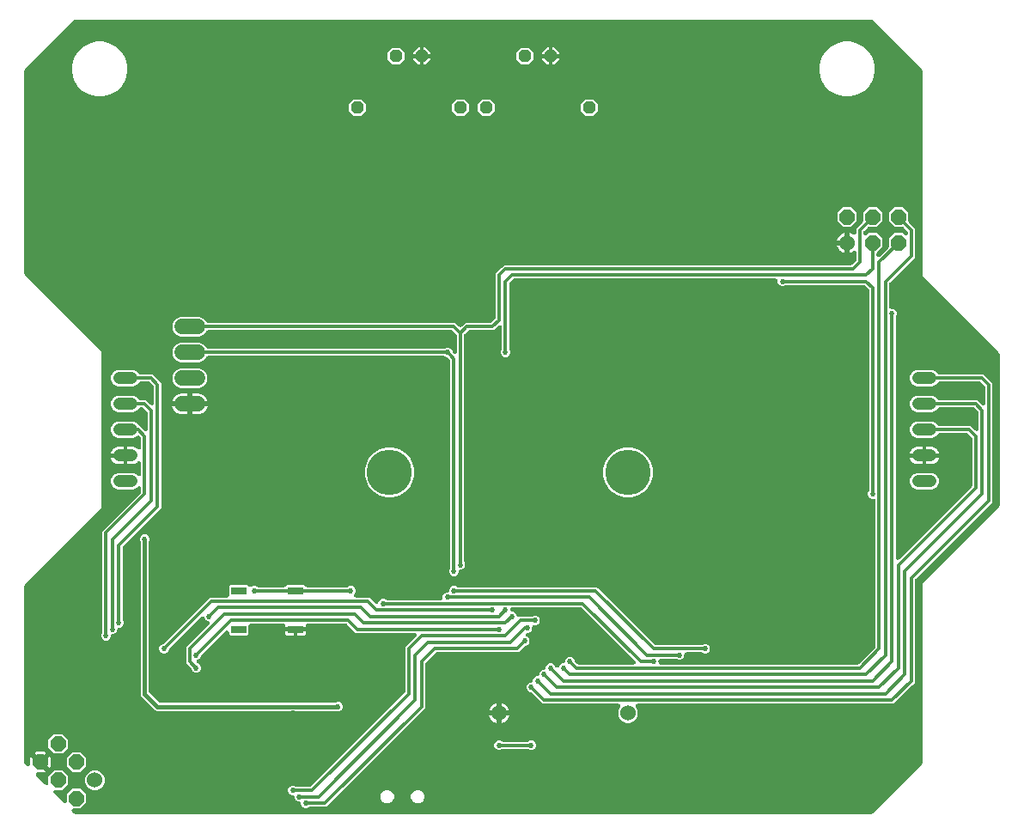
<source format=gbr>
G04 EAGLE Gerber RS-274X export*
G75*
%MOMM*%
%FSLAX34Y34*%
%LPD*%
%INBottom Copper*%
%IPPOS*%
%AMOC8*
5,1,8,0,0,1.08239X$1,22.5*%
G01*
%ADD10R,1.524000X0.762000*%
%ADD11C,1.219200*%
%ADD12C,1.524000*%
%ADD13C,4.470400*%
%ADD14C,1.524000*%
%ADD15P,1.319650X8X202.500000*%
%ADD16P,1.319650X8X22.500000*%
%ADD17P,1.649562X8X22.500000*%
%ADD18P,1.649562X8X157.500000*%
%ADD19C,0.525000*%
%ADD20C,0.304800*%
%ADD21C,0.406400*%
%ADD22C,0.304800*%

G36*
X836543Y2035D02*
X836543Y2035D01*
X836570Y2033D01*
X836744Y2055D01*
X836917Y2073D01*
X836943Y2080D01*
X836969Y2084D01*
X837135Y2139D01*
X837302Y2191D01*
X837326Y2204D01*
X837351Y2212D01*
X837503Y2299D01*
X837656Y2383D01*
X837677Y2400D01*
X837700Y2413D01*
X837953Y2628D01*
X886372Y51047D01*
X886389Y51068D01*
X886410Y51085D01*
X886517Y51223D01*
X886627Y51359D01*
X886640Y51382D01*
X886656Y51403D01*
X886734Y51560D01*
X886816Y51714D01*
X886824Y51740D01*
X886836Y51764D01*
X886881Y51933D01*
X886931Y52100D01*
X886933Y52127D01*
X886940Y52153D01*
X886967Y52483D01*
X886967Y229442D01*
X962572Y305047D01*
X962589Y305068D01*
X962610Y305085D01*
X962717Y305223D01*
X962827Y305359D01*
X962840Y305382D01*
X962856Y305403D01*
X962934Y305560D01*
X963016Y305714D01*
X963024Y305740D01*
X963036Y305764D01*
X963081Y305933D01*
X963131Y306100D01*
X963133Y306127D01*
X963140Y306153D01*
X963167Y306483D01*
X963167Y455517D01*
X963165Y455543D01*
X963167Y455570D01*
X963145Y455744D01*
X963127Y455917D01*
X963120Y455943D01*
X963116Y455969D01*
X963061Y456135D01*
X963009Y456302D01*
X962996Y456326D01*
X962988Y456351D01*
X962901Y456503D01*
X962817Y456656D01*
X962800Y456677D01*
X962787Y456700D01*
X962572Y456953D01*
X886967Y532558D01*
X886967Y734917D01*
X886965Y734943D01*
X886967Y734970D01*
X886945Y735144D01*
X886927Y735317D01*
X886920Y735343D01*
X886916Y735369D01*
X886861Y735535D01*
X886809Y735702D01*
X886796Y735726D01*
X886788Y735751D01*
X886701Y735903D01*
X886617Y736056D01*
X886600Y736077D01*
X886587Y736100D01*
X886372Y736353D01*
X837953Y784772D01*
X837932Y784789D01*
X837915Y784810D01*
X837777Y784917D01*
X837641Y785027D01*
X837618Y785040D01*
X837597Y785056D01*
X837440Y785134D01*
X837286Y785216D01*
X837260Y785224D01*
X837236Y785236D01*
X837067Y785281D01*
X836900Y785331D01*
X836873Y785333D01*
X836847Y785340D01*
X836517Y785367D01*
X52483Y785367D01*
X52457Y785365D01*
X52430Y785367D01*
X52256Y785345D01*
X52083Y785327D01*
X52057Y785320D01*
X52031Y785316D01*
X51865Y785261D01*
X51698Y785209D01*
X51674Y785196D01*
X51649Y785188D01*
X51497Y785101D01*
X51344Y785017D01*
X51323Y785000D01*
X51300Y784987D01*
X51047Y784772D01*
X2628Y736353D01*
X2611Y736332D01*
X2590Y736315D01*
X2483Y736177D01*
X2373Y736041D01*
X2360Y736018D01*
X2344Y735997D01*
X2266Y735840D01*
X2184Y735686D01*
X2176Y735660D01*
X2164Y735636D01*
X2119Y735467D01*
X2069Y735300D01*
X2067Y735273D01*
X2060Y735247D01*
X2033Y734917D01*
X2033Y535083D01*
X2035Y535057D01*
X2033Y535030D01*
X2055Y534856D01*
X2073Y534683D01*
X2080Y534657D01*
X2084Y534631D01*
X2139Y534465D01*
X2191Y534298D01*
X2204Y534274D01*
X2212Y534249D01*
X2299Y534097D01*
X2383Y533944D01*
X2400Y533923D01*
X2413Y533900D01*
X2628Y533647D01*
X78233Y458042D01*
X78233Y303958D01*
X2628Y228353D01*
X2611Y228332D01*
X2590Y228315D01*
X2483Y228177D01*
X2373Y228041D01*
X2360Y228018D01*
X2344Y227997D01*
X2266Y227840D01*
X2184Y227686D01*
X2176Y227660D01*
X2164Y227636D01*
X2119Y227467D01*
X2069Y227300D01*
X2067Y227273D01*
X2060Y227247D01*
X2033Y226917D01*
X2033Y52483D01*
X2035Y52457D01*
X2033Y52430D01*
X2055Y52256D01*
X2073Y52083D01*
X2080Y52057D01*
X2084Y52031D01*
X2139Y51865D01*
X2191Y51698D01*
X2204Y51674D01*
X2212Y51649D01*
X2299Y51497D01*
X2383Y51344D01*
X2400Y51323D01*
X2413Y51300D01*
X2628Y51047D01*
X3881Y49794D01*
X3888Y49788D01*
X3894Y49781D01*
X4043Y49661D01*
X4192Y49539D01*
X4200Y49534D01*
X4207Y49529D01*
X4379Y49440D01*
X4548Y49350D01*
X4557Y49348D01*
X4565Y49343D01*
X4750Y49290D01*
X4934Y49235D01*
X4943Y49234D01*
X4952Y49232D01*
X5143Y49216D01*
X5335Y49199D01*
X5344Y49200D01*
X5353Y49199D01*
X5542Y49221D01*
X5735Y49242D01*
X5744Y49245D01*
X5753Y49246D01*
X5935Y49305D01*
X6119Y49364D01*
X6127Y49368D01*
X6135Y49371D01*
X6304Y49466D01*
X6471Y49559D01*
X6478Y49564D01*
X6486Y49569D01*
X6632Y49695D01*
X6778Y49819D01*
X6784Y49826D01*
X6791Y49832D01*
X6908Y49983D01*
X7028Y50135D01*
X7032Y50143D01*
X7038Y50150D01*
X7123Y50322D01*
X7210Y50494D01*
X7213Y50503D01*
X7217Y50511D01*
X7267Y50697D01*
X7318Y50882D01*
X7319Y50891D01*
X7321Y50899D01*
X7349Y51230D01*
X7349Y57639D01*
X8529Y58819D01*
X15354Y51994D01*
X15368Y51983D01*
X15380Y51969D01*
X15524Y51855D01*
X15666Y51739D01*
X15682Y51731D01*
X15696Y51720D01*
X15769Y51682D01*
X15838Y51557D01*
X15849Y51544D01*
X15858Y51528D01*
X16073Y51275D01*
X22898Y44450D01*
X21718Y43270D01*
X15309Y43270D01*
X15300Y43269D01*
X15291Y43269D01*
X15098Y43249D01*
X14908Y43230D01*
X14900Y43227D01*
X14891Y43226D01*
X14706Y43168D01*
X14523Y43112D01*
X14516Y43107D01*
X14507Y43105D01*
X14339Y43011D01*
X14169Y42920D01*
X14163Y42914D01*
X14155Y42910D01*
X14008Y42785D01*
X13860Y42662D01*
X13855Y42655D01*
X13848Y42649D01*
X13728Y42498D01*
X13608Y42348D01*
X13604Y42340D01*
X13598Y42333D01*
X13510Y42161D01*
X13422Y41991D01*
X13420Y41982D01*
X13416Y41974D01*
X13364Y41788D01*
X13311Y41604D01*
X13310Y41595D01*
X13308Y41587D01*
X13294Y41394D01*
X13278Y41203D01*
X13279Y41194D01*
X13278Y41185D01*
X13303Y40992D01*
X13325Y40803D01*
X13328Y40794D01*
X13329Y40786D01*
X13390Y40603D01*
X13450Y40420D01*
X13454Y40412D01*
X13457Y40404D01*
X13554Y40236D01*
X13648Y40069D01*
X13654Y40063D01*
X13658Y40055D01*
X13873Y39802D01*
X22349Y31325D01*
X22356Y31320D01*
X22362Y31313D01*
X22512Y31192D01*
X22661Y31070D01*
X22669Y31066D01*
X22676Y31060D01*
X22847Y30972D01*
X23017Y30882D01*
X23025Y30879D01*
X23033Y30875D01*
X23218Y30822D01*
X23403Y30767D01*
X23411Y30766D01*
X23420Y30763D01*
X23611Y30748D01*
X23804Y30730D01*
X23812Y30731D01*
X23821Y30731D01*
X24010Y30753D01*
X24204Y30774D01*
X24212Y30776D01*
X24221Y30778D01*
X24403Y30837D01*
X24588Y30895D01*
X24595Y30900D01*
X24604Y30902D01*
X24772Y30997D01*
X24940Y31090D01*
X24947Y31096D01*
X24955Y31100D01*
X25100Y31226D01*
X25247Y31351D01*
X25253Y31358D01*
X25259Y31363D01*
X25377Y31515D01*
X25497Y31667D01*
X25501Y31675D01*
X25506Y31682D01*
X25592Y31854D01*
X25679Y32025D01*
X25681Y32034D01*
X25685Y32042D01*
X25735Y32229D01*
X25787Y32413D01*
X25788Y32422D01*
X25790Y32431D01*
X25817Y32762D01*
X25817Y39468D01*
X31471Y45122D01*
X39468Y45122D01*
X45122Y39468D01*
X45122Y31471D01*
X39468Y25817D01*
X32762Y25817D01*
X32753Y25816D01*
X32744Y25817D01*
X32550Y25796D01*
X32361Y25777D01*
X32352Y25775D01*
X32344Y25774D01*
X32159Y25715D01*
X31976Y25659D01*
X31968Y25655D01*
X31960Y25652D01*
X31791Y25559D01*
X31622Y25467D01*
X31615Y25462D01*
X31607Y25457D01*
X31460Y25332D01*
X31313Y25209D01*
X31307Y25203D01*
X31300Y25197D01*
X31181Y25045D01*
X31060Y24896D01*
X31056Y24888D01*
X31051Y24881D01*
X30963Y24708D01*
X30875Y24538D01*
X30872Y24530D01*
X30868Y24522D01*
X30816Y24335D01*
X30763Y24151D01*
X30763Y24143D01*
X30760Y24134D01*
X30746Y23941D01*
X30731Y23750D01*
X30732Y23741D01*
X30731Y23732D01*
X30755Y23540D01*
X30778Y23350D01*
X30780Y23342D01*
X30781Y23333D01*
X30843Y23151D01*
X30902Y22968D01*
X30907Y22960D01*
X30910Y22951D01*
X31006Y22784D01*
X31100Y22617D01*
X31106Y22610D01*
X31111Y22602D01*
X31325Y22349D01*
X40310Y13365D01*
X40317Y13359D01*
X40323Y13352D01*
X40472Y13232D01*
X40621Y13110D01*
X40629Y13105D01*
X40636Y13100D01*
X40808Y13011D01*
X40977Y12921D01*
X40986Y12918D01*
X40994Y12914D01*
X41179Y12861D01*
X41363Y12806D01*
X41372Y12805D01*
X41381Y12803D01*
X41572Y12787D01*
X41764Y12770D01*
X41773Y12771D01*
X41782Y12770D01*
X41971Y12792D01*
X42164Y12813D01*
X42173Y12816D01*
X42182Y12817D01*
X42364Y12876D01*
X42548Y12935D01*
X42556Y12939D01*
X42564Y12942D01*
X42733Y13037D01*
X42901Y13130D01*
X42907Y13135D01*
X42915Y13140D01*
X43060Y13265D01*
X43208Y13390D01*
X43213Y13397D01*
X43220Y13403D01*
X43337Y13554D01*
X43457Y13706D01*
X43461Y13714D01*
X43467Y13721D01*
X43552Y13893D01*
X43639Y14065D01*
X43642Y14073D01*
X43646Y14082D01*
X43696Y14268D01*
X43747Y14453D01*
X43748Y14462D01*
X43750Y14470D01*
X43778Y14801D01*
X43778Y21508D01*
X49432Y27162D01*
X57429Y27162D01*
X63083Y21508D01*
X63083Y13511D01*
X57429Y7857D01*
X50722Y7857D01*
X50713Y7856D01*
X50704Y7856D01*
X50511Y7835D01*
X50321Y7817D01*
X50313Y7814D01*
X50304Y7813D01*
X50119Y7755D01*
X49937Y7698D01*
X49929Y7694D01*
X49920Y7692D01*
X49752Y7598D01*
X49582Y7507D01*
X49576Y7501D01*
X49568Y7497D01*
X49421Y7372D01*
X49273Y7249D01*
X49268Y7242D01*
X49261Y7236D01*
X49141Y7085D01*
X49021Y6935D01*
X49017Y6927D01*
X49011Y6920D01*
X48923Y6748D01*
X48835Y6578D01*
X48833Y6569D01*
X48829Y6561D01*
X48777Y6375D01*
X48724Y6191D01*
X48723Y6182D01*
X48721Y6173D01*
X48707Y5981D01*
X48691Y5790D01*
X48692Y5781D01*
X48691Y5772D01*
X48716Y5580D01*
X48738Y5390D01*
X48741Y5381D01*
X48742Y5373D01*
X48803Y5190D01*
X48863Y5007D01*
X48867Y4999D01*
X48870Y4991D01*
X48966Y4824D01*
X49061Y4656D01*
X49067Y4650D01*
X49071Y4642D01*
X49286Y4389D01*
X51047Y2628D01*
X51068Y2611D01*
X51085Y2590D01*
X51223Y2483D01*
X51359Y2373D01*
X51382Y2360D01*
X51403Y2344D01*
X51560Y2266D01*
X51714Y2184D01*
X51740Y2176D01*
X51764Y2164D01*
X51933Y2119D01*
X52100Y2069D01*
X52127Y2067D01*
X52153Y2060D01*
X52483Y2033D01*
X836517Y2033D01*
X836543Y2035D01*
G37*
%LPC*%
G36*
X278474Y8042D02*
X278474Y8042D01*
X276762Y8751D01*
X275451Y10062D01*
X274742Y11774D01*
X274742Y12361D01*
X274740Y12379D01*
X274742Y12397D01*
X274721Y12579D01*
X274702Y12762D01*
X274697Y12779D01*
X274695Y12796D01*
X274638Y12971D01*
X274584Y13147D01*
X274576Y13162D01*
X274570Y13179D01*
X274480Y13339D01*
X274392Y13501D01*
X274381Y13514D01*
X274372Y13530D01*
X274252Y13669D01*
X274135Y13810D01*
X274121Y13821D01*
X274109Y13835D01*
X273964Y13947D01*
X273821Y14062D01*
X273805Y14070D01*
X273791Y14081D01*
X273626Y14163D01*
X273464Y14248D01*
X273447Y14253D01*
X273431Y14261D01*
X273252Y14308D01*
X273077Y14359D01*
X273059Y14361D01*
X273042Y14365D01*
X272711Y14392D01*
X272124Y14392D01*
X270412Y15101D01*
X269101Y16412D01*
X268392Y18124D01*
X268392Y18711D01*
X268390Y18729D01*
X268392Y18747D01*
X268371Y18929D01*
X268352Y19112D01*
X268347Y19129D01*
X268345Y19146D01*
X268288Y19321D01*
X268234Y19497D01*
X268226Y19512D01*
X268220Y19529D01*
X268130Y19689D01*
X268042Y19851D01*
X268031Y19864D01*
X268022Y19880D01*
X267902Y20019D01*
X267785Y20160D01*
X267771Y20171D01*
X267759Y20185D01*
X267614Y20297D01*
X267471Y20412D01*
X267455Y20420D01*
X267441Y20431D01*
X267276Y20513D01*
X267114Y20598D01*
X267097Y20603D01*
X267081Y20611D01*
X266902Y20658D01*
X266727Y20709D01*
X266709Y20711D01*
X266692Y20715D01*
X266361Y20742D01*
X265774Y20742D01*
X264062Y21451D01*
X262751Y22762D01*
X262042Y24474D01*
X262042Y26326D01*
X262751Y28038D01*
X264062Y29349D01*
X265774Y30058D01*
X267626Y30058D01*
X269429Y29311D01*
X269447Y29297D01*
X269471Y29284D01*
X269492Y29268D01*
X269649Y29190D01*
X269803Y29108D01*
X269828Y29100D01*
X269852Y29088D01*
X270022Y29043D01*
X270188Y28993D01*
X270215Y28991D01*
X270241Y28984D01*
X270572Y28957D01*
X283435Y28957D01*
X283462Y28959D01*
X283489Y28957D01*
X283663Y28979D01*
X283836Y28997D01*
X283861Y29004D01*
X283888Y29008D01*
X284054Y29063D01*
X284221Y29115D01*
X284244Y29128D01*
X284270Y29136D01*
X284421Y29223D01*
X284575Y29307D01*
X284595Y29324D01*
X284619Y29337D01*
X284872Y29552D01*
X376848Y121528D01*
X376865Y121549D01*
X376886Y121567D01*
X376993Y121704D01*
X377103Y121840D01*
X377116Y121863D01*
X377132Y121885D01*
X377210Y122042D01*
X377292Y122196D01*
X377300Y122221D01*
X377312Y122245D01*
X377357Y122415D01*
X377407Y122581D01*
X377409Y122608D01*
X377416Y122634D01*
X377443Y122965D01*
X377443Y166573D01*
X387996Y177126D01*
X388001Y177133D01*
X388008Y177138D01*
X388127Y177286D01*
X388251Y177437D01*
X388255Y177445D01*
X388261Y177452D01*
X388348Y177621D01*
X388439Y177793D01*
X388442Y177802D01*
X388446Y177809D01*
X388499Y177994D01*
X388554Y178179D01*
X388555Y178188D01*
X388557Y178196D01*
X388573Y178388D01*
X388591Y178580D01*
X388590Y178589D01*
X388590Y178598D01*
X388568Y178787D01*
X388547Y178980D01*
X388544Y178989D01*
X388543Y178997D01*
X388484Y179179D01*
X388426Y179364D01*
X388421Y179372D01*
X388419Y179380D01*
X388324Y179549D01*
X388231Y179716D01*
X388225Y179723D01*
X388221Y179731D01*
X388095Y179877D01*
X387970Y180023D01*
X387963Y180029D01*
X387958Y180036D01*
X387807Y180153D01*
X387654Y180273D01*
X387646Y180277D01*
X387639Y180282D01*
X387468Y180367D01*
X387296Y180455D01*
X387287Y180458D01*
X387279Y180462D01*
X387092Y180512D01*
X386908Y180563D01*
X386899Y180564D01*
X386890Y180566D01*
X386559Y180593D01*
X328727Y180593D01*
X320178Y189142D01*
X320157Y189159D01*
X320139Y189180D01*
X320002Y189287D01*
X319866Y189397D01*
X319843Y189410D01*
X319821Y189426D01*
X319664Y189504D01*
X319510Y189586D01*
X319485Y189594D01*
X319461Y189606D01*
X319291Y189651D01*
X319125Y189701D01*
X319098Y189703D01*
X319072Y189710D01*
X318741Y189737D01*
X281432Y189737D01*
X281414Y189735D01*
X281396Y189737D01*
X281214Y189716D01*
X281031Y189697D01*
X281014Y189692D01*
X280997Y189690D01*
X280822Y189633D01*
X280646Y189579D01*
X280631Y189571D01*
X280614Y189565D01*
X280454Y189475D01*
X280292Y189387D01*
X280279Y189376D01*
X280263Y189367D01*
X280124Y189247D01*
X279983Y189130D01*
X279972Y189116D01*
X279958Y189104D01*
X279846Y188959D01*
X279731Y188816D01*
X279723Y188800D01*
X279712Y188786D01*
X279630Y188621D01*
X279545Y188459D01*
X279540Y188442D01*
X279532Y188426D01*
X279485Y188247D01*
X279434Y188072D01*
X279432Y188054D01*
X279428Y188037D01*
X279401Y187706D01*
X279401Y186181D01*
X269240Y186181D01*
X259079Y186181D01*
X259079Y187706D01*
X259077Y187724D01*
X259079Y187742D01*
X259058Y187924D01*
X259039Y188107D01*
X259034Y188124D01*
X259032Y188141D01*
X258975Y188316D01*
X258921Y188492D01*
X258913Y188507D01*
X258907Y188524D01*
X258817Y188684D01*
X258730Y188846D01*
X258718Y188859D01*
X258709Y188875D01*
X258589Y189014D01*
X258472Y189155D01*
X258458Y189166D01*
X258446Y189180D01*
X258301Y189292D01*
X258158Y189407D01*
X258142Y189415D01*
X258128Y189426D01*
X257964Y189508D01*
X257801Y189593D01*
X257784Y189598D01*
X257768Y189606D01*
X257590Y189653D01*
X257414Y189704D01*
X257396Y189706D01*
X257379Y189710D01*
X257048Y189737D01*
X225044Y189737D01*
X225026Y189735D01*
X225008Y189737D01*
X224826Y189716D01*
X224643Y189697D01*
X224626Y189692D01*
X224609Y189690D01*
X224434Y189633D01*
X224258Y189579D01*
X224243Y189571D01*
X224226Y189565D01*
X224066Y189475D01*
X223904Y189387D01*
X223891Y189376D01*
X223875Y189367D01*
X223736Y189247D01*
X223595Y189130D01*
X223584Y189116D01*
X223570Y189104D01*
X223458Y188959D01*
X223343Y188816D01*
X223335Y188800D01*
X223324Y188786D01*
X223242Y188621D01*
X223157Y188459D01*
X223152Y188442D01*
X223144Y188426D01*
X223097Y188247D01*
X223046Y188072D01*
X223044Y188054D01*
X223040Y188037D01*
X223013Y187706D01*
X223013Y179498D01*
X221822Y178307D01*
X204898Y178307D01*
X203707Y179498D01*
X203707Y181073D01*
X203706Y181082D01*
X203707Y181091D01*
X203686Y181285D01*
X203667Y181474D01*
X203665Y181482D01*
X203664Y181491D01*
X203605Y181676D01*
X203549Y181859D01*
X203545Y181867D01*
X203542Y181875D01*
X203450Y182042D01*
X203357Y182213D01*
X203352Y182220D01*
X203347Y182228D01*
X203223Y182375D01*
X203100Y182522D01*
X203093Y182528D01*
X203087Y182535D01*
X202935Y182654D01*
X202786Y182775D01*
X202778Y182779D01*
X202771Y182784D01*
X202598Y182872D01*
X202429Y182960D01*
X202420Y182963D01*
X202412Y182967D01*
X202226Y183019D01*
X202042Y183071D01*
X202033Y183072D01*
X202024Y183075D01*
X201831Y183089D01*
X201640Y183104D01*
X201632Y183103D01*
X201623Y183104D01*
X201430Y183080D01*
X201241Y183057D01*
X201232Y183055D01*
X201223Y183054D01*
X201041Y182992D01*
X200858Y182933D01*
X200850Y182928D01*
X200842Y182925D01*
X200675Y182829D01*
X200507Y182735D01*
X200500Y182729D01*
X200493Y182724D01*
X200240Y182510D01*
X176703Y158973D01*
X176686Y158952D01*
X176665Y158934D01*
X176558Y158797D01*
X176448Y158661D01*
X176435Y158638D01*
X176419Y158616D01*
X176341Y158459D01*
X176259Y158305D01*
X176251Y158280D01*
X176239Y158256D01*
X176194Y158086D01*
X176144Y157920D01*
X176143Y157909D01*
X175399Y156112D01*
X174088Y154801D01*
X172822Y154277D01*
X172814Y154272D01*
X172805Y154270D01*
X172637Y154177D01*
X172467Y154086D01*
X172460Y154081D01*
X172452Y154076D01*
X172304Y153952D01*
X172156Y153830D01*
X172151Y153823D01*
X172144Y153817D01*
X172024Y153667D01*
X171903Y153517D01*
X171898Y153509D01*
X171893Y153502D01*
X171806Y153334D01*
X171716Y153161D01*
X171713Y153152D01*
X171709Y153144D01*
X171657Y152961D01*
X171602Y152774D01*
X171602Y152765D01*
X171599Y152757D01*
X171584Y152566D01*
X171568Y152373D01*
X171569Y152364D01*
X171568Y152356D01*
X171591Y152165D01*
X171613Y151973D01*
X171616Y151965D01*
X171617Y151956D01*
X171677Y151774D01*
X171736Y151590D01*
X171741Y151582D01*
X171743Y151574D01*
X171838Y151408D01*
X171933Y151238D01*
X171938Y151232D01*
X171943Y151224D01*
X172070Y151078D01*
X172194Y150933D01*
X172201Y150927D01*
X172207Y150920D01*
X172359Y150804D01*
X172511Y150684D01*
X172519Y150680D01*
X172526Y150675D01*
X172822Y150523D01*
X174088Y149999D01*
X175399Y148688D01*
X176108Y146976D01*
X176108Y145124D01*
X175399Y143412D01*
X174088Y142101D01*
X172376Y141392D01*
X170524Y141392D01*
X168812Y142101D01*
X167501Y143412D01*
X166755Y145214D01*
X166752Y145237D01*
X166745Y145262D01*
X166741Y145289D01*
X166686Y145455D01*
X166634Y145622D01*
X166621Y145645D01*
X166613Y145671D01*
X166526Y145822D01*
X166442Y145976D01*
X166425Y145996D01*
X166412Y146020D01*
X166197Y146273D01*
X161543Y150927D01*
X161543Y166573D01*
X183859Y188889D01*
X183868Y188899D01*
X183878Y188908D01*
X183995Y189055D01*
X184114Y189201D01*
X184120Y189212D01*
X184129Y189223D01*
X184215Y189390D01*
X184303Y189556D01*
X184307Y189569D01*
X184313Y189581D01*
X184364Y189761D01*
X184418Y189942D01*
X184419Y189956D01*
X184422Y189968D01*
X184437Y190154D01*
X184454Y190343D01*
X184452Y190357D01*
X184454Y190370D01*
X184431Y190554D01*
X184411Y190743D01*
X184406Y190756D01*
X184405Y190769D01*
X184346Y190947D01*
X184289Y191127D01*
X184283Y191139D01*
X184278Y191152D01*
X184185Y191316D01*
X184094Y191480D01*
X184086Y191490D01*
X184079Y191501D01*
X183955Y191644D01*
X183834Y191787D01*
X183823Y191795D01*
X183814Y191805D01*
X183666Y191919D01*
X183518Y192036D01*
X183506Y192042D01*
X183495Y192050D01*
X183200Y192202D01*
X181512Y192901D01*
X180201Y194212D01*
X179502Y195900D01*
X179496Y195912D01*
X179492Y195925D01*
X179401Y196089D01*
X179312Y196255D01*
X179303Y196265D01*
X179297Y196277D01*
X179176Y196420D01*
X179055Y196565D01*
X179045Y196574D01*
X179036Y196584D01*
X178889Y196701D01*
X178743Y196819D01*
X178731Y196825D01*
X178720Y196834D01*
X178552Y196919D01*
X178386Y197006D01*
X178373Y197010D01*
X178361Y197016D01*
X178180Y197067D01*
X178000Y197119D01*
X177987Y197120D01*
X177974Y197124D01*
X177785Y197138D01*
X177599Y197154D01*
X177586Y197152D01*
X177572Y197153D01*
X177384Y197130D01*
X177199Y197109D01*
X177186Y197105D01*
X177173Y197103D01*
X176994Y197043D01*
X176815Y196986D01*
X176804Y196979D01*
X176791Y196975D01*
X176628Y196881D01*
X176464Y196789D01*
X176454Y196780D01*
X176442Y196774D01*
X176189Y196559D01*
X144953Y165323D01*
X144936Y165302D01*
X144915Y165284D01*
X144808Y165147D01*
X144698Y165011D01*
X144685Y164988D01*
X144669Y164966D01*
X144591Y164809D01*
X144509Y164655D01*
X144501Y164630D01*
X144489Y164606D01*
X144444Y164436D01*
X144394Y164270D01*
X144393Y164259D01*
X143649Y162462D01*
X142338Y161151D01*
X140626Y160442D01*
X138774Y160442D01*
X137062Y161151D01*
X135751Y162462D01*
X135042Y164174D01*
X135042Y166026D01*
X135751Y167738D01*
X137062Y169049D01*
X138864Y169795D01*
X138887Y169798D01*
X138912Y169805D01*
X138939Y169809D01*
X139105Y169864D01*
X139272Y169916D01*
X139295Y169929D01*
X139321Y169937D01*
X139472Y170024D01*
X139626Y170108D01*
X139646Y170125D01*
X139670Y170138D01*
X139923Y170353D01*
X185217Y215647D01*
X201676Y215647D01*
X201694Y215649D01*
X201712Y215647D01*
X201894Y215668D01*
X202077Y215687D01*
X202094Y215692D01*
X202111Y215694D01*
X202286Y215751D01*
X202462Y215805D01*
X202477Y215813D01*
X202494Y215819D01*
X202654Y215909D01*
X202816Y215997D01*
X202829Y216008D01*
X202845Y216017D01*
X202984Y216137D01*
X203125Y216254D01*
X203136Y216268D01*
X203150Y216280D01*
X203262Y216425D01*
X203377Y216568D01*
X203385Y216584D01*
X203396Y216598D01*
X203478Y216763D01*
X203563Y216925D01*
X203568Y216942D01*
X203576Y216958D01*
X203623Y217137D01*
X203674Y217312D01*
X203676Y217330D01*
X203680Y217347D01*
X203707Y217678D01*
X203707Y226902D01*
X204898Y228093D01*
X221822Y228093D01*
X223414Y226501D01*
X223431Y226487D01*
X223446Y226470D01*
X223587Y226359D01*
X223726Y226246D01*
X223745Y226235D01*
X223763Y226221D01*
X223924Y226140D01*
X224081Y226057D01*
X224103Y226051D01*
X224123Y226041D01*
X224296Y225993D01*
X224467Y225942D01*
X224489Y225940D01*
X224511Y225934D01*
X224690Y225922D01*
X224868Y225906D01*
X224890Y225908D01*
X224913Y225907D01*
X225090Y225930D01*
X225268Y225949D01*
X225290Y225956D01*
X225312Y225959D01*
X225628Y226060D01*
X227674Y226908D01*
X229526Y226908D01*
X231329Y226161D01*
X231347Y226147D01*
X231371Y226134D01*
X231392Y226118D01*
X231549Y226040D01*
X231703Y225958D01*
X231728Y225950D01*
X231752Y225938D01*
X231922Y225893D01*
X232088Y225843D01*
X232115Y225841D01*
X232141Y225834D01*
X232472Y225807D01*
X257651Y225807D01*
X257677Y225809D01*
X257704Y225807D01*
X257878Y225829D01*
X258051Y225847D01*
X258077Y225854D01*
X258103Y225858D01*
X258269Y225913D01*
X258436Y225965D01*
X258460Y225978D01*
X258485Y225986D01*
X258637Y226073D01*
X258790Y226157D01*
X258811Y226174D01*
X258834Y226187D01*
X259087Y226402D01*
X260778Y228093D01*
X277702Y228093D01*
X279393Y226402D01*
X279414Y226385D01*
X279431Y226364D01*
X279569Y226257D01*
X279705Y226147D01*
X279728Y226134D01*
X279749Y226118D01*
X279906Y226040D01*
X280060Y225958D01*
X280086Y225950D01*
X280110Y225938D01*
X280279Y225893D01*
X280446Y225843D01*
X280473Y225841D01*
X280499Y225834D01*
X280829Y225807D01*
X319978Y225807D01*
X320005Y225809D01*
X320032Y225807D01*
X320206Y225829D01*
X320379Y225847D01*
X320404Y225854D01*
X320431Y225858D01*
X320597Y225913D01*
X320764Y225965D01*
X320787Y225978D01*
X320813Y225986D01*
X320964Y226073D01*
X321118Y226157D01*
X321126Y226163D01*
X322924Y226908D01*
X324776Y226908D01*
X326488Y226199D01*
X327799Y224888D01*
X328508Y223176D01*
X328508Y221324D01*
X327799Y219612D01*
X327301Y219114D01*
X327296Y219107D01*
X327289Y219102D01*
X327169Y218953D01*
X327046Y218803D01*
X327042Y218795D01*
X327036Y218788D01*
X326949Y218619D01*
X326858Y218447D01*
X326855Y218438D01*
X326851Y218431D01*
X326798Y218247D01*
X326743Y218061D01*
X326742Y218052D01*
X326740Y218044D01*
X326724Y217853D01*
X326706Y217660D01*
X326707Y217651D01*
X326707Y217642D01*
X326729Y217453D01*
X326750Y217260D01*
X326753Y217251D01*
X326754Y217243D01*
X326813Y217060D01*
X326871Y216876D01*
X326876Y216868D01*
X326878Y216860D01*
X326973Y216691D01*
X327066Y216524D01*
X327072Y216517D01*
X327076Y216509D01*
X327202Y216364D01*
X327327Y216217D01*
X327334Y216211D01*
X327339Y216204D01*
X327491Y216087D01*
X327643Y215967D01*
X327651Y215963D01*
X327658Y215958D01*
X327831Y215871D01*
X328001Y215785D01*
X328010Y215782D01*
X328018Y215778D01*
X328206Y215728D01*
X328389Y215677D01*
X328398Y215676D01*
X328407Y215674D01*
X328738Y215647D01*
X341833Y215647D01*
X347639Y209841D01*
X347649Y209832D01*
X347658Y209822D01*
X347805Y209705D01*
X347951Y209586D01*
X347962Y209580D01*
X347973Y209571D01*
X348141Y209485D01*
X348306Y209397D01*
X348319Y209393D01*
X348331Y209387D01*
X348512Y209336D01*
X348692Y209282D01*
X348706Y209281D01*
X348718Y209278D01*
X348904Y209263D01*
X349093Y209246D01*
X349107Y209248D01*
X349120Y209247D01*
X349304Y209269D01*
X349493Y209289D01*
X349506Y209294D01*
X349519Y209295D01*
X349697Y209354D01*
X349877Y209411D01*
X349889Y209417D01*
X349902Y209422D01*
X350066Y209515D01*
X350230Y209606D01*
X350240Y209614D01*
X350251Y209621D01*
X350393Y209745D01*
X350537Y209866D01*
X350545Y209877D01*
X350555Y209886D01*
X350669Y210034D01*
X350786Y210182D01*
X350792Y210194D01*
X350800Y210205D01*
X350952Y210500D01*
X351651Y212188D01*
X352962Y213499D01*
X354674Y214208D01*
X356526Y214208D01*
X358329Y213461D01*
X358347Y213447D01*
X358371Y213434D01*
X358392Y213418D01*
X358549Y213340D01*
X358703Y213258D01*
X358728Y213250D01*
X358752Y213238D01*
X358922Y213193D01*
X359088Y213143D01*
X359115Y213141D01*
X359141Y213134D01*
X359472Y213107D01*
X412411Y213107D01*
X412429Y213109D01*
X412447Y213107D01*
X412629Y213128D01*
X412812Y213147D01*
X412829Y213152D01*
X412846Y213154D01*
X413021Y213211D01*
X413197Y213265D01*
X413212Y213273D01*
X413229Y213279D01*
X413389Y213369D01*
X413551Y213457D01*
X413564Y213468D01*
X413580Y213477D01*
X413719Y213597D01*
X413860Y213714D01*
X413871Y213728D01*
X413885Y213740D01*
X413997Y213885D01*
X414112Y214028D01*
X414120Y214044D01*
X414131Y214058D01*
X414213Y214223D01*
X414298Y214385D01*
X414303Y214402D01*
X414311Y214418D01*
X414358Y214597D01*
X414409Y214772D01*
X414411Y214790D01*
X414415Y214807D01*
X414442Y215138D01*
X414442Y216826D01*
X415151Y218538D01*
X416462Y219849D01*
X418174Y220558D01*
X418761Y220558D01*
X418779Y220560D01*
X418797Y220558D01*
X418979Y220579D01*
X419162Y220598D01*
X419179Y220603D01*
X419196Y220605D01*
X419371Y220662D01*
X419547Y220716D01*
X419562Y220724D01*
X419579Y220730D01*
X419739Y220820D01*
X419901Y220908D01*
X419914Y220919D01*
X419930Y220928D01*
X420069Y221048D01*
X420210Y221165D01*
X420221Y221179D01*
X420235Y221191D01*
X420347Y221336D01*
X420462Y221479D01*
X420470Y221495D01*
X420481Y221509D01*
X420563Y221674D01*
X420648Y221836D01*
X420653Y221853D01*
X420661Y221869D01*
X420708Y222048D01*
X420759Y222223D01*
X420761Y222241D01*
X420765Y222258D01*
X420792Y222589D01*
X420792Y223176D01*
X421501Y224888D01*
X422812Y226199D01*
X424524Y226908D01*
X426376Y226908D01*
X428179Y226161D01*
X428197Y226147D01*
X428221Y226134D01*
X428242Y226118D01*
X428399Y226040D01*
X428553Y225958D01*
X428578Y225950D01*
X428602Y225938D01*
X428772Y225893D01*
X428938Y225843D01*
X428965Y225841D01*
X428991Y225834D01*
X429322Y225807D01*
X566623Y225807D01*
X623178Y169252D01*
X623199Y169235D01*
X623217Y169214D01*
X623354Y169107D01*
X623490Y168997D01*
X623513Y168984D01*
X623535Y168968D01*
X623692Y168890D01*
X623846Y168808D01*
X623871Y168800D01*
X623895Y168788D01*
X624065Y168743D01*
X624231Y168693D01*
X624258Y168691D01*
X624284Y168684D01*
X624615Y168657D01*
X669228Y168657D01*
X669255Y168659D01*
X669282Y168657D01*
X669456Y168679D01*
X669629Y168697D01*
X669654Y168704D01*
X669681Y168708D01*
X669847Y168763D01*
X670014Y168815D01*
X670037Y168828D01*
X670063Y168836D01*
X670214Y168923D01*
X670368Y169007D01*
X670376Y169013D01*
X672174Y169758D01*
X674026Y169758D01*
X675738Y169049D01*
X677049Y167738D01*
X677758Y166026D01*
X677758Y164174D01*
X677049Y162462D01*
X675738Y161151D01*
X674026Y160442D01*
X672174Y160442D01*
X670371Y161189D01*
X670353Y161203D01*
X670329Y161216D01*
X670308Y161232D01*
X670151Y161310D01*
X669997Y161392D01*
X669972Y161400D01*
X669948Y161412D01*
X669778Y161457D01*
X669612Y161507D01*
X669585Y161509D01*
X669559Y161516D01*
X669228Y161543D01*
X654389Y161543D01*
X654371Y161541D01*
X654353Y161543D01*
X654171Y161522D01*
X653988Y161503D01*
X653971Y161498D01*
X653954Y161496D01*
X653779Y161439D01*
X653603Y161385D01*
X653588Y161377D01*
X653571Y161371D01*
X653411Y161281D01*
X653249Y161193D01*
X653236Y161182D01*
X653220Y161173D01*
X653081Y161053D01*
X652940Y160936D01*
X652929Y160922D01*
X652915Y160910D01*
X652803Y160765D01*
X652688Y160622D01*
X652680Y160606D01*
X652669Y160592D01*
X652587Y160427D01*
X652502Y160265D01*
X652497Y160248D01*
X652489Y160232D01*
X652442Y160053D01*
X652391Y159878D01*
X652389Y159860D01*
X652385Y159843D01*
X652358Y159512D01*
X652358Y157824D01*
X651649Y156112D01*
X650338Y154801D01*
X648626Y154092D01*
X646774Y154092D01*
X644971Y154839D01*
X644953Y154853D01*
X644929Y154866D01*
X644908Y154882D01*
X644751Y154960D01*
X644597Y155042D01*
X644572Y155050D01*
X644548Y155062D01*
X644378Y155107D01*
X644212Y155157D01*
X644185Y155159D01*
X644159Y155166D01*
X643828Y155193D01*
X628989Y155193D01*
X628971Y155191D01*
X628953Y155193D01*
X628771Y155172D01*
X628588Y155153D01*
X628571Y155148D01*
X628554Y155146D01*
X628379Y155089D01*
X628203Y155035D01*
X628188Y155027D01*
X628171Y155021D01*
X628011Y154931D01*
X627849Y154843D01*
X627836Y154832D01*
X627820Y154823D01*
X627681Y154703D01*
X627540Y154586D01*
X627529Y154572D01*
X627515Y154560D01*
X627403Y154415D01*
X627288Y154272D01*
X627280Y154256D01*
X627269Y154242D01*
X627186Y154076D01*
X627102Y153915D01*
X627097Y153898D01*
X627089Y153882D01*
X627042Y153703D01*
X626991Y153528D01*
X626989Y153510D01*
X626985Y153493D01*
X626958Y153162D01*
X626958Y151638D01*
X626960Y151620D01*
X626958Y151602D01*
X626979Y151420D01*
X626998Y151237D01*
X627003Y151220D01*
X627005Y151203D01*
X627062Y151028D01*
X627116Y150852D01*
X627124Y150837D01*
X627130Y150820D01*
X627220Y150660D01*
X627308Y150498D01*
X627319Y150485D01*
X627328Y150469D01*
X627448Y150330D01*
X627565Y150189D01*
X627579Y150178D01*
X627591Y150164D01*
X627736Y150052D01*
X627879Y149937D01*
X627895Y149929D01*
X627909Y149918D01*
X628074Y149836D01*
X628236Y149751D01*
X628253Y149746D01*
X628269Y149738D01*
X628448Y149691D01*
X628623Y149640D01*
X628641Y149638D01*
X628658Y149634D01*
X628989Y149607D01*
X823185Y149607D01*
X823212Y149609D01*
X823239Y149607D01*
X823413Y149629D01*
X823586Y149647D01*
X823611Y149654D01*
X823638Y149658D01*
X823804Y149713D01*
X823971Y149765D01*
X823994Y149778D01*
X824020Y149786D01*
X824171Y149873D01*
X824325Y149957D01*
X824345Y149974D01*
X824369Y149987D01*
X824622Y150202D01*
X840398Y165978D01*
X840415Y165999D01*
X840436Y166017D01*
X840543Y166154D01*
X840653Y166290D01*
X840666Y166313D01*
X840682Y166335D01*
X840760Y166492D01*
X840842Y166646D01*
X840850Y166671D01*
X840862Y166695D01*
X840907Y166865D01*
X840957Y167031D01*
X840959Y167058D01*
X840966Y167084D01*
X840993Y167415D01*
X840993Y310811D01*
X840993Y310816D01*
X840993Y310818D01*
X840992Y310830D01*
X840993Y310847D01*
X840972Y311029D01*
X840953Y311212D01*
X840948Y311229D01*
X840946Y311246D01*
X840889Y311421D01*
X840835Y311597D01*
X840827Y311612D01*
X840821Y311629D01*
X840731Y311789D01*
X840643Y311951D01*
X840632Y311964D01*
X840623Y311980D01*
X840503Y312119D01*
X840386Y312260D01*
X840372Y312271D01*
X840360Y312285D01*
X840215Y312397D01*
X840072Y312512D01*
X840056Y312520D01*
X840042Y312531D01*
X839877Y312613D01*
X839715Y312698D01*
X839698Y312703D01*
X839682Y312711D01*
X839503Y312758D01*
X839328Y312809D01*
X839310Y312811D01*
X839293Y312815D01*
X838962Y312842D01*
X837274Y312842D01*
X835562Y313551D01*
X834251Y314862D01*
X833542Y316574D01*
X833542Y318426D01*
X834289Y320229D01*
X834303Y320247D01*
X834316Y320271D01*
X834332Y320292D01*
X834410Y320449D01*
X834492Y320603D01*
X834500Y320628D01*
X834512Y320652D01*
X834557Y320822D01*
X834607Y320988D01*
X834609Y321015D01*
X834616Y321041D01*
X834643Y321372D01*
X834643Y518385D01*
X834641Y518412D01*
X834643Y518439D01*
X834621Y518613D01*
X834603Y518786D01*
X834596Y518811D01*
X834592Y518838D01*
X834537Y519004D01*
X834485Y519171D01*
X834472Y519194D01*
X834464Y519220D01*
X834377Y519371D01*
X834293Y519525D01*
X834276Y519545D01*
X834263Y519569D01*
X834048Y519822D01*
X830972Y522898D01*
X830951Y522915D01*
X830933Y522936D01*
X830796Y523043D01*
X830660Y523153D01*
X830637Y523166D01*
X830615Y523182D01*
X830458Y523260D01*
X830304Y523342D01*
X830279Y523350D01*
X830255Y523362D01*
X830085Y523407D01*
X829919Y523457D01*
X829892Y523459D01*
X829866Y523466D01*
X829535Y523493D01*
X753172Y523493D01*
X753145Y523491D01*
X753118Y523493D01*
X752944Y523471D01*
X752771Y523453D01*
X752746Y523446D01*
X752719Y523442D01*
X752553Y523387D01*
X752386Y523335D01*
X752363Y523322D01*
X752337Y523314D01*
X752186Y523227D01*
X752032Y523143D01*
X752024Y523137D01*
X750226Y522392D01*
X748374Y522392D01*
X746662Y523101D01*
X745351Y524412D01*
X744642Y526124D01*
X744642Y527812D01*
X744640Y527830D01*
X744642Y527848D01*
X744621Y528030D01*
X744602Y528213D01*
X744597Y528230D01*
X744595Y528247D01*
X744538Y528422D01*
X744484Y528598D01*
X744476Y528613D01*
X744470Y528630D01*
X744380Y528790D01*
X744292Y528952D01*
X744281Y528965D01*
X744272Y528981D01*
X744152Y529120D01*
X744035Y529261D01*
X744021Y529272D01*
X744009Y529286D01*
X743864Y529398D01*
X743721Y529513D01*
X743705Y529521D01*
X743691Y529532D01*
X743526Y529614D01*
X743364Y529699D01*
X743347Y529704D01*
X743331Y529712D01*
X743152Y529759D01*
X742977Y529810D01*
X742959Y529812D01*
X742942Y529816D01*
X742611Y529843D01*
X484915Y529843D01*
X484888Y529841D01*
X484861Y529843D01*
X484687Y529821D01*
X484514Y529803D01*
X484489Y529796D01*
X484462Y529792D01*
X484296Y529737D01*
X484129Y529685D01*
X484106Y529672D01*
X484080Y529664D01*
X483929Y529577D01*
X483775Y529493D01*
X483755Y529476D01*
X483731Y529463D01*
X483478Y529248D01*
X480402Y526172D01*
X480385Y526151D01*
X480364Y526133D01*
X480257Y525996D01*
X480147Y525860D01*
X480134Y525837D01*
X480118Y525815D01*
X480040Y525658D01*
X479958Y525504D01*
X479950Y525479D01*
X479938Y525455D01*
X479893Y525285D01*
X479843Y525119D01*
X479841Y525092D01*
X479834Y525066D01*
X479807Y524735D01*
X479807Y461072D01*
X479807Y461065D01*
X479807Y461060D01*
X479809Y461042D01*
X479807Y461018D01*
X479829Y460844D01*
X479847Y460671D01*
X479854Y460646D01*
X479858Y460619D01*
X479913Y460453D01*
X479965Y460286D01*
X479978Y460263D01*
X479986Y460237D01*
X480074Y460085D01*
X480157Y459932D01*
X480163Y459924D01*
X480908Y458126D01*
X480908Y456274D01*
X480199Y454562D01*
X478888Y453251D01*
X477176Y452542D01*
X475324Y452542D01*
X473612Y453251D01*
X472301Y454562D01*
X471592Y456274D01*
X471592Y458126D01*
X472339Y459929D01*
X472353Y459947D01*
X472366Y459971D01*
X472382Y459992D01*
X472460Y460149D01*
X472542Y460303D01*
X472550Y460328D01*
X472562Y460352D01*
X472607Y460522D01*
X472657Y460688D01*
X472659Y460715D01*
X472666Y460741D01*
X472693Y461072D01*
X472693Y481809D01*
X472692Y481818D01*
X472693Y481827D01*
X472672Y482019D01*
X472653Y482210D01*
X472651Y482219D01*
X472650Y482227D01*
X472592Y482410D01*
X472535Y482595D01*
X472531Y482603D01*
X472528Y482611D01*
X472435Y482780D01*
X472343Y482949D01*
X472338Y482956D01*
X472333Y482964D01*
X472208Y483111D01*
X472086Y483258D01*
X472079Y483264D01*
X472073Y483271D01*
X471921Y483391D01*
X471772Y483511D01*
X471764Y483515D01*
X471757Y483520D01*
X471585Y483608D01*
X471415Y483696D01*
X471406Y483699D01*
X471398Y483703D01*
X471212Y483754D01*
X471028Y483807D01*
X471019Y483808D01*
X471010Y483811D01*
X470818Y483825D01*
X470626Y483840D01*
X470618Y483839D01*
X470609Y483840D01*
X470416Y483816D01*
X470227Y483793D01*
X470218Y483791D01*
X470209Y483790D01*
X470026Y483728D01*
X469844Y483669D01*
X469836Y483664D01*
X469828Y483661D01*
X469662Y483566D01*
X469493Y483471D01*
X469486Y483465D01*
X469479Y483460D01*
X469226Y483246D01*
X467702Y481722D01*
X465023Y479043D01*
X440465Y479043D01*
X440438Y479041D01*
X440411Y479043D01*
X440237Y479021D01*
X440064Y479003D01*
X440039Y478996D01*
X440012Y478992D01*
X439846Y478937D01*
X439679Y478885D01*
X439656Y478872D01*
X439630Y478864D01*
X439479Y478777D01*
X439325Y478693D01*
X439305Y478676D01*
X439281Y478663D01*
X439028Y478448D01*
X435952Y475372D01*
X435935Y475351D01*
X435914Y475333D01*
X435807Y475196D01*
X435697Y475060D01*
X435684Y475037D01*
X435668Y475015D01*
X435590Y474858D01*
X435508Y474704D01*
X435500Y474679D01*
X435488Y474655D01*
X435443Y474485D01*
X435393Y474319D01*
X435391Y474292D01*
X435384Y474266D01*
X435357Y473935D01*
X435357Y251522D01*
X435359Y251495D01*
X435357Y251468D01*
X435379Y251294D01*
X435397Y251121D01*
X435404Y251096D01*
X435408Y251069D01*
X435463Y250903D01*
X435515Y250736D01*
X435528Y250713D01*
X435536Y250687D01*
X435623Y250536D01*
X435707Y250382D01*
X435713Y250374D01*
X436458Y248576D01*
X436458Y246724D01*
X435749Y245012D01*
X434438Y243701D01*
X432726Y242992D01*
X432139Y242992D01*
X432121Y242990D01*
X432103Y242992D01*
X431921Y242971D01*
X431738Y242952D01*
X431721Y242947D01*
X431704Y242945D01*
X431529Y242888D01*
X431353Y242834D01*
X431338Y242826D01*
X431321Y242820D01*
X431161Y242730D01*
X430999Y242642D01*
X430986Y242631D01*
X430970Y242622D01*
X430831Y242502D01*
X430690Y242385D01*
X430679Y242371D01*
X430665Y242359D01*
X430553Y242214D01*
X430438Y242071D01*
X430430Y242055D01*
X430419Y242041D01*
X430337Y241876D01*
X430252Y241714D01*
X430247Y241697D01*
X430239Y241681D01*
X430192Y241502D01*
X430141Y241327D01*
X430139Y241309D01*
X430135Y241292D01*
X430108Y240961D01*
X430108Y240374D01*
X429399Y238662D01*
X428088Y237351D01*
X426376Y236642D01*
X424524Y236642D01*
X422812Y237351D01*
X421501Y238662D01*
X420792Y240374D01*
X420792Y242226D01*
X421539Y244029D01*
X421553Y244047D01*
X421566Y244071D01*
X421582Y244092D01*
X421660Y244249D01*
X421742Y244403D01*
X421750Y244428D01*
X421762Y244452D01*
X421807Y244622D01*
X421857Y244788D01*
X421859Y244815D01*
X421866Y244841D01*
X421893Y245172D01*
X421893Y448535D01*
X421891Y448562D01*
X421893Y448589D01*
X421871Y448762D01*
X421853Y448936D01*
X421846Y448961D01*
X421842Y448988D01*
X421787Y449154D01*
X421735Y449321D01*
X421722Y449344D01*
X421714Y449370D01*
X421627Y449521D01*
X421543Y449675D01*
X421526Y449695D01*
X421513Y449719D01*
X421298Y449972D01*
X419323Y451947D01*
X419302Y451964D01*
X419284Y451985D01*
X419147Y452092D01*
X419011Y452202D01*
X418988Y452215D01*
X418966Y452231D01*
X418809Y452309D01*
X418655Y452391D01*
X418630Y452399D01*
X418606Y452411D01*
X418436Y452456D01*
X418270Y452506D01*
X418259Y452507D01*
X416371Y453289D01*
X416353Y453303D01*
X416329Y453316D01*
X416308Y453332D01*
X416151Y453410D01*
X415997Y453492D01*
X415972Y453500D01*
X415948Y453512D01*
X415778Y453557D01*
X415612Y453607D01*
X415585Y453609D01*
X415559Y453616D01*
X415228Y453643D01*
X183052Y453643D01*
X183030Y453641D01*
X183008Y453643D01*
X182830Y453621D01*
X182651Y453603D01*
X182630Y453597D01*
X182608Y453594D01*
X182438Y453538D01*
X182266Y453485D01*
X182247Y453475D01*
X182226Y453468D01*
X182070Y453379D01*
X181912Y453293D01*
X181895Y453279D01*
X181876Y453268D01*
X181741Y453150D01*
X181603Y453036D01*
X181589Y453018D01*
X181572Y453004D01*
X181463Y452861D01*
X181351Y452722D01*
X181341Y452702D01*
X181327Y452684D01*
X181175Y452389D01*
X180903Y451732D01*
X178188Y449017D01*
X174640Y447547D01*
X155560Y447547D01*
X152012Y449017D01*
X149297Y451732D01*
X147827Y455280D01*
X147827Y459120D01*
X149297Y462668D01*
X152012Y465383D01*
X155560Y466853D01*
X174640Y466853D01*
X178188Y465383D01*
X180903Y462668D01*
X181175Y462011D01*
X181186Y461991D01*
X181193Y461970D01*
X181281Y461814D01*
X181366Y461656D01*
X181380Y461639D01*
X181391Y461619D01*
X181508Y461483D01*
X181622Y461345D01*
X181639Y461331D01*
X181654Y461314D01*
X181795Y461205D01*
X181935Y461092D01*
X181954Y461081D01*
X181972Y461068D01*
X182132Y460988D01*
X182291Y460905D01*
X182312Y460898D01*
X182333Y460888D01*
X182506Y460842D01*
X182678Y460792D01*
X182700Y460790D01*
X182721Y460784D01*
X183052Y460757D01*
X415228Y460757D01*
X415255Y460759D01*
X415282Y460757D01*
X415456Y460779D01*
X415629Y460797D01*
X415654Y460804D01*
X415681Y460808D01*
X415847Y460863D01*
X416014Y460915D01*
X416037Y460928D01*
X416063Y460936D01*
X416214Y461023D01*
X416368Y461107D01*
X416376Y461113D01*
X418174Y461858D01*
X420026Y461858D01*
X421738Y461149D01*
X423049Y459838D01*
X423795Y458036D01*
X423798Y458013D01*
X423805Y457987D01*
X423809Y457961D01*
X423864Y457796D01*
X423916Y457628D01*
X423929Y457605D01*
X423937Y457579D01*
X424024Y457428D01*
X424108Y457274D01*
X424125Y457254D01*
X424138Y457230D01*
X424353Y456977D01*
X424776Y456554D01*
X424783Y456549D01*
X424788Y456542D01*
X424938Y456422D01*
X425087Y456299D01*
X425095Y456295D01*
X425102Y456289D01*
X425271Y456202D01*
X425443Y456111D01*
X425452Y456108D01*
X425459Y456104D01*
X425643Y456051D01*
X425829Y455996D01*
X425838Y455995D01*
X425846Y455993D01*
X426038Y455977D01*
X426230Y455959D01*
X426239Y455960D01*
X426248Y455960D01*
X426438Y455982D01*
X426630Y456003D01*
X426639Y456006D01*
X426647Y456007D01*
X426831Y456067D01*
X427014Y456124D01*
X427022Y456129D01*
X427030Y456131D01*
X427199Y456227D01*
X427366Y456319D01*
X427373Y456325D01*
X427381Y456329D01*
X427526Y456455D01*
X427673Y456580D01*
X427679Y456587D01*
X427686Y456592D01*
X427803Y456743D01*
X427923Y456895D01*
X427927Y456904D01*
X427932Y456911D01*
X428018Y457083D01*
X428105Y457254D01*
X428108Y457263D01*
X428112Y457271D01*
X428162Y457459D01*
X428213Y457642D01*
X428214Y457651D01*
X428216Y457660D01*
X428243Y457991D01*
X428243Y473935D01*
X428241Y473962D01*
X428243Y473989D01*
X428221Y474162D01*
X428203Y474336D01*
X428196Y474361D01*
X428192Y474388D01*
X428137Y474554D01*
X428085Y474721D01*
X428072Y474744D01*
X428064Y474770D01*
X427977Y474921D01*
X427893Y475075D01*
X427876Y475095D01*
X427863Y475119D01*
X427648Y475372D01*
X424572Y478448D01*
X424551Y478465D01*
X424533Y478486D01*
X424396Y478593D01*
X424260Y478703D01*
X424237Y478716D01*
X424215Y478732D01*
X424058Y478810D01*
X423904Y478892D01*
X423879Y478900D01*
X423855Y478912D01*
X423685Y478957D01*
X423519Y479007D01*
X423492Y479009D01*
X423466Y479016D01*
X423135Y479043D01*
X183052Y479043D01*
X183030Y479041D01*
X183008Y479043D01*
X182830Y479021D01*
X182651Y479003D01*
X182630Y478997D01*
X182608Y478994D01*
X182438Y478938D01*
X182266Y478885D01*
X182247Y478875D01*
X182226Y478868D01*
X182070Y478779D01*
X181912Y478693D01*
X181895Y478679D01*
X181876Y478668D01*
X181741Y478550D01*
X181603Y478436D01*
X181589Y478418D01*
X181572Y478404D01*
X181463Y478261D01*
X181351Y478122D01*
X181341Y478102D01*
X181327Y478084D01*
X181175Y477789D01*
X180903Y477132D01*
X178188Y474417D01*
X174640Y472947D01*
X155560Y472947D01*
X152012Y474417D01*
X149297Y477132D01*
X147827Y480680D01*
X147827Y484520D01*
X149297Y488068D01*
X152012Y490783D01*
X155560Y492253D01*
X174640Y492253D01*
X178188Y490783D01*
X180903Y488068D01*
X181175Y487411D01*
X181186Y487391D01*
X181193Y487370D01*
X181281Y487214D01*
X181366Y487056D01*
X181380Y487039D01*
X181391Y487019D01*
X181508Y486883D01*
X181622Y486745D01*
X181639Y486731D01*
X181654Y486714D01*
X181795Y486605D01*
X181935Y486492D01*
X181954Y486481D01*
X181972Y486468D01*
X182132Y486388D01*
X182291Y486305D01*
X182312Y486298D01*
X182333Y486288D01*
X182506Y486242D01*
X182678Y486192D01*
X182700Y486190D01*
X182721Y486184D01*
X183052Y486157D01*
X426923Y486157D01*
X430364Y482716D01*
X430378Y482705D01*
X430389Y482691D01*
X430533Y482578D01*
X430675Y482461D01*
X430691Y482453D01*
X430705Y482442D01*
X430869Y482358D01*
X431031Y482273D01*
X431048Y482268D01*
X431064Y482259D01*
X431241Y482210D01*
X431417Y482158D01*
X431435Y482156D01*
X431452Y482151D01*
X431635Y482138D01*
X431818Y482121D01*
X431836Y482123D01*
X431853Y482122D01*
X432035Y482145D01*
X432218Y482165D01*
X432235Y482170D01*
X432253Y482172D01*
X432427Y482231D01*
X432602Y482286D01*
X432618Y482295D01*
X432634Y482301D01*
X432794Y482393D01*
X432954Y482481D01*
X432968Y482493D01*
X432983Y482502D01*
X433236Y482716D01*
X436677Y486157D01*
X461235Y486157D01*
X461262Y486159D01*
X461289Y486157D01*
X461463Y486179D01*
X461636Y486197D01*
X461661Y486204D01*
X461688Y486208D01*
X461854Y486263D01*
X462021Y486315D01*
X462044Y486328D01*
X462070Y486336D01*
X462221Y486423D01*
X462375Y486507D01*
X462395Y486524D01*
X462419Y486537D01*
X462672Y486752D01*
X465748Y489828D01*
X465765Y489849D01*
X465786Y489867D01*
X465893Y490004D01*
X466003Y490140D01*
X466016Y490163D01*
X466032Y490185D01*
X466110Y490342D01*
X466192Y490496D01*
X466200Y490521D01*
X466212Y490545D01*
X466257Y490715D01*
X466307Y490881D01*
X466309Y490908D01*
X466316Y490934D01*
X466343Y491265D01*
X466343Y534873D01*
X469021Y537551D01*
X469022Y537552D01*
X472098Y540628D01*
X474777Y543307D01*
X816835Y543307D01*
X816862Y543309D01*
X816889Y543307D01*
X817063Y543329D01*
X817236Y543347D01*
X817261Y543354D01*
X817288Y543358D01*
X817454Y543413D01*
X817621Y543465D01*
X817644Y543478D01*
X817670Y543486D01*
X817821Y543573D01*
X817975Y543657D01*
X817995Y543674D01*
X818019Y543687D01*
X818272Y543902D01*
X821348Y546978D01*
X821365Y546999D01*
X821386Y547017D01*
X821493Y547154D01*
X821603Y547290D01*
X821616Y547313D01*
X821632Y547335D01*
X821710Y547492D01*
X821792Y547646D01*
X821800Y547671D01*
X821812Y547695D01*
X821857Y547865D01*
X821907Y548031D01*
X821909Y548058D01*
X821916Y548084D01*
X821943Y548415D01*
X821943Y555247D01*
X821938Y555298D01*
X821941Y555349D01*
X821918Y555498D01*
X821903Y555648D01*
X821888Y555697D01*
X821881Y555747D01*
X821829Y555889D01*
X821785Y556033D01*
X821761Y556078D01*
X821743Y556126D01*
X821665Y556254D01*
X821593Y556387D01*
X821561Y556426D01*
X821534Y556470D01*
X821432Y556580D01*
X821336Y556696D01*
X821296Y556728D01*
X821261Y556766D01*
X821139Y556854D01*
X821022Y556948D01*
X820977Y556972D01*
X820935Y557002D01*
X820798Y557064D01*
X820665Y557134D01*
X820616Y557148D01*
X820569Y557169D01*
X820422Y557204D01*
X820278Y557245D01*
X820227Y557249D01*
X820177Y557261D01*
X820026Y557266D01*
X819876Y557278D01*
X819826Y557272D01*
X819775Y557274D01*
X819626Y557249D01*
X819477Y557231D01*
X819428Y557215D01*
X819378Y557207D01*
X819237Y557153D01*
X819094Y557106D01*
X819049Y557081D01*
X819001Y557063D01*
X818804Y556943D01*
X818743Y556908D01*
X818733Y556899D01*
X818718Y556890D01*
X818125Y556460D01*
X816700Y555734D01*
X815339Y555291D01*
X815339Y564642D01*
X815337Y564660D01*
X815339Y564677D01*
X815318Y564860D01*
X815299Y565042D01*
X815294Y565059D01*
X815292Y565077D01*
X815267Y565155D01*
X815306Y565292D01*
X815308Y565310D01*
X815312Y565327D01*
X815339Y565658D01*
X815339Y575009D01*
X816700Y574566D01*
X818125Y573840D01*
X818718Y573410D01*
X818762Y573384D01*
X818802Y573352D01*
X818935Y573283D01*
X819066Y573206D01*
X819114Y573190D01*
X819159Y573166D01*
X819304Y573125D01*
X819446Y573076D01*
X819497Y573069D01*
X819546Y573055D01*
X819697Y573043D01*
X819846Y573023D01*
X819897Y573026D01*
X819948Y573022D01*
X820097Y573039D01*
X820247Y573049D01*
X820297Y573063D01*
X820347Y573069D01*
X820490Y573115D01*
X820636Y573155D01*
X820682Y573178D01*
X820730Y573194D01*
X820861Y573268D01*
X820996Y573335D01*
X821036Y573366D01*
X821081Y573392D01*
X821195Y573490D01*
X821313Y573583D01*
X821347Y573621D01*
X821386Y573655D01*
X821478Y573774D01*
X821576Y573888D01*
X821601Y573932D01*
X821632Y573973D01*
X821699Y574107D01*
X821773Y574239D01*
X821789Y574287D01*
X821812Y574333D01*
X821851Y574479D01*
X821897Y574622D01*
X821903Y574673D01*
X821916Y574722D01*
X821935Y574953D01*
X821943Y575022D01*
X821942Y575036D01*
X821943Y575053D01*
X821943Y579323D01*
X824622Y582002D01*
X827952Y585332D01*
X827969Y585353D01*
X827990Y585370D01*
X828097Y585508D01*
X828207Y585644D01*
X828220Y585667D01*
X828236Y585689D01*
X828314Y585845D01*
X828396Y585999D01*
X828404Y586025D01*
X828416Y586049D01*
X828461Y586218D01*
X828511Y586385D01*
X828513Y586412D01*
X828520Y586438D01*
X828547Y586769D01*
X828547Y594548D01*
X834202Y600203D01*
X842198Y600203D01*
X847853Y594548D01*
X847853Y586552D01*
X842198Y580897D01*
X834419Y580897D01*
X834392Y580895D01*
X834365Y580897D01*
X834191Y580875D01*
X834018Y580857D01*
X833992Y580850D01*
X833966Y580846D01*
X833800Y580790D01*
X833633Y580739D01*
X833609Y580726D01*
X833584Y580718D01*
X833433Y580631D01*
X833279Y580547D01*
X833259Y580530D01*
X833235Y580517D01*
X832982Y580302D01*
X829652Y576972D01*
X829635Y576951D01*
X829614Y576933D01*
X829508Y576796D01*
X829397Y576660D01*
X829384Y576636D01*
X829368Y576615D01*
X829290Y576459D01*
X829208Y576304D01*
X829200Y576279D01*
X829188Y576255D01*
X829143Y576086D01*
X829093Y575919D01*
X829091Y575892D01*
X829084Y575866D01*
X829057Y575535D01*
X829057Y574562D01*
X829058Y574553D01*
X829057Y574544D01*
X829078Y574352D01*
X829097Y574161D01*
X829099Y574152D01*
X829100Y574144D01*
X829158Y573961D01*
X829215Y573776D01*
X829219Y573768D01*
X829222Y573760D01*
X829315Y573591D01*
X829407Y573422D01*
X829412Y573415D01*
X829417Y573407D01*
X829542Y573260D01*
X829664Y573113D01*
X829671Y573107D01*
X829677Y573100D01*
X829829Y572980D01*
X829978Y572860D01*
X829986Y572856D01*
X829993Y572851D01*
X830165Y572763D01*
X830335Y572675D01*
X830344Y572672D01*
X830352Y572668D01*
X830538Y572617D01*
X830722Y572564D01*
X830731Y572563D01*
X830740Y572560D01*
X830932Y572546D01*
X831124Y572531D01*
X831132Y572532D01*
X831141Y572531D01*
X831334Y572555D01*
X831523Y572578D01*
X831532Y572580D01*
X831541Y572581D01*
X831724Y572643D01*
X831906Y572702D01*
X831914Y572707D01*
X831922Y572710D01*
X832088Y572805D01*
X832257Y572900D01*
X832264Y572906D01*
X832271Y572911D01*
X832524Y573125D01*
X834202Y574803D01*
X842198Y574803D01*
X847853Y569148D01*
X847853Y561152D01*
X842352Y555651D01*
X842335Y555630D01*
X842314Y555612D01*
X842207Y555475D01*
X842097Y555339D01*
X842084Y555316D01*
X842068Y555294D01*
X841990Y555138D01*
X841908Y554983D01*
X841900Y554958D01*
X841888Y554934D01*
X841843Y554765D01*
X841793Y554598D01*
X841791Y554571D01*
X841784Y554545D01*
X841757Y554214D01*
X841757Y553241D01*
X841758Y553232D01*
X841757Y553223D01*
X841778Y553029D01*
X841797Y552840D01*
X841799Y552832D01*
X841800Y552823D01*
X841858Y552639D01*
X841915Y552455D01*
X841919Y552447D01*
X841922Y552439D01*
X842014Y552271D01*
X842107Y552101D01*
X842112Y552094D01*
X842117Y552086D01*
X842241Y551939D01*
X842364Y551792D01*
X842371Y551786D01*
X842377Y551779D01*
X842529Y551660D01*
X842678Y551539D01*
X842686Y551535D01*
X842693Y551530D01*
X842866Y551442D01*
X843035Y551354D01*
X843044Y551351D01*
X843052Y551347D01*
X843238Y551295D01*
X843422Y551243D01*
X843431Y551242D01*
X843440Y551239D01*
X843633Y551225D01*
X843824Y551210D01*
X843832Y551211D01*
X843841Y551210D01*
X844034Y551234D01*
X844223Y551257D01*
X844232Y551259D01*
X844241Y551260D01*
X844424Y551322D01*
X844606Y551381D01*
X844614Y551386D01*
X844622Y551389D01*
X844789Y551485D01*
X844957Y551579D01*
X844964Y551585D01*
X844971Y551590D01*
X845224Y551804D01*
X853352Y559932D01*
X853369Y559953D01*
X853390Y559971D01*
X853497Y560108D01*
X853607Y560244D01*
X853620Y560267D01*
X853636Y560289D01*
X853714Y560446D01*
X853796Y560600D01*
X853804Y560625D01*
X853816Y560649D01*
X853861Y560819D01*
X853911Y560985D01*
X853913Y561012D01*
X853920Y561038D01*
X853947Y561369D01*
X853947Y569148D01*
X859602Y574803D01*
X867598Y574803D01*
X869276Y573125D01*
X869283Y573120D01*
X869288Y573113D01*
X869438Y572992D01*
X869587Y572870D01*
X869595Y572866D01*
X869602Y572860D01*
X869772Y572772D01*
X869943Y572682D01*
X869952Y572679D01*
X869959Y572675D01*
X870144Y572622D01*
X870329Y572567D01*
X870338Y572566D01*
X870346Y572564D01*
X870537Y572548D01*
X870730Y572530D01*
X870739Y572531D01*
X870748Y572531D01*
X870937Y572553D01*
X871130Y572574D01*
X871139Y572577D01*
X871147Y572578D01*
X871329Y572637D01*
X871514Y572695D01*
X871522Y572700D01*
X871530Y572702D01*
X871699Y572797D01*
X871866Y572890D01*
X871873Y572896D01*
X871881Y572900D01*
X872026Y573026D01*
X872173Y573151D01*
X872179Y573158D01*
X872186Y573163D01*
X872303Y573315D01*
X872423Y573467D01*
X872427Y573475D01*
X872432Y573482D01*
X872518Y573654D01*
X872605Y573826D01*
X872608Y573834D01*
X872612Y573842D01*
X872661Y574027D01*
X872713Y574213D01*
X872714Y574222D01*
X872716Y574231D01*
X872743Y574562D01*
X872743Y575535D01*
X872741Y575562D01*
X872743Y575589D01*
X872721Y575763D01*
X872703Y575936D01*
X872696Y575961D01*
X872692Y575988D01*
X872637Y576154D01*
X872585Y576321D01*
X872572Y576345D01*
X872564Y576370D01*
X872477Y576521D01*
X872393Y576675D01*
X872376Y576695D01*
X872363Y576719D01*
X872148Y576972D01*
X868818Y580302D01*
X868797Y580319D01*
X868780Y580340D01*
X868642Y580447D01*
X868506Y580557D01*
X868483Y580570D01*
X868461Y580586D01*
X868305Y580664D01*
X868151Y580746D01*
X868125Y580754D01*
X868101Y580766D01*
X867932Y580811D01*
X867765Y580861D01*
X867738Y580863D01*
X867712Y580870D01*
X867381Y580897D01*
X859602Y580897D01*
X853947Y586552D01*
X853947Y594548D01*
X859602Y600203D01*
X867598Y600203D01*
X873253Y594548D01*
X873253Y586769D01*
X873255Y586742D01*
X873253Y586715D01*
X873275Y586541D01*
X873293Y586368D01*
X873300Y586342D01*
X873304Y586316D01*
X873360Y586150D01*
X873411Y585983D01*
X873424Y585959D01*
X873432Y585934D01*
X873519Y585783D01*
X873603Y585629D01*
X873620Y585609D01*
X873633Y585585D01*
X873848Y585332D01*
X879857Y579323D01*
X879857Y550977D01*
X855052Y526172D01*
X855035Y526151D01*
X855014Y526133D01*
X854907Y525996D01*
X854797Y525860D01*
X854784Y525837D01*
X854768Y525815D01*
X854690Y525658D01*
X854608Y525504D01*
X854600Y525479D01*
X854588Y525455D01*
X854543Y525285D01*
X854493Y525119D01*
X854491Y525092D01*
X854484Y525066D01*
X854457Y524735D01*
X854457Y501989D01*
X854459Y501971D01*
X854457Y501953D01*
X854478Y501771D01*
X854497Y501588D01*
X854502Y501571D01*
X854504Y501554D01*
X854561Y501379D01*
X854615Y501203D01*
X854623Y501188D01*
X854629Y501171D01*
X854719Y501011D01*
X854807Y500849D01*
X854818Y500836D01*
X854827Y500820D01*
X854947Y500681D01*
X855064Y500540D01*
X855078Y500529D01*
X855090Y500515D01*
X855235Y500403D01*
X855378Y500288D01*
X855394Y500280D01*
X855408Y500269D01*
X855573Y500187D01*
X855735Y500102D01*
X855752Y500097D01*
X855768Y500089D01*
X855947Y500042D01*
X856122Y499991D01*
X856140Y499989D01*
X856157Y499985D01*
X856488Y499958D01*
X858176Y499958D01*
X859888Y499249D01*
X861199Y497938D01*
X861908Y496226D01*
X861908Y494374D01*
X861161Y492571D01*
X861147Y492553D01*
X861134Y492529D01*
X861118Y492508D01*
X861040Y492351D01*
X860958Y492197D01*
X860950Y492172D01*
X860938Y492148D01*
X860893Y491978D01*
X860843Y491812D01*
X860841Y491785D01*
X860834Y491759D01*
X860807Y491428D01*
X860807Y254791D01*
X860808Y254782D01*
X860807Y254773D01*
X860828Y254579D01*
X860847Y254390D01*
X860849Y254382D01*
X860850Y254373D01*
X860909Y254188D01*
X860965Y254005D01*
X860969Y253997D01*
X860972Y253989D01*
X861065Y253820D01*
X861157Y253651D01*
X861162Y253644D01*
X861167Y253636D01*
X861291Y253489D01*
X861414Y253342D01*
X861421Y253336D01*
X861427Y253329D01*
X861579Y253210D01*
X861728Y253089D01*
X861736Y253085D01*
X861743Y253080D01*
X861916Y252992D01*
X862085Y252904D01*
X862094Y252901D01*
X862102Y252897D01*
X862288Y252845D01*
X862472Y252793D01*
X862481Y252792D01*
X862490Y252789D01*
X862683Y252775D01*
X862874Y252760D01*
X862882Y252761D01*
X862891Y252760D01*
X863084Y252784D01*
X863273Y252807D01*
X863282Y252809D01*
X863291Y252810D01*
X863473Y252872D01*
X863656Y252931D01*
X863664Y252936D01*
X863672Y252939D01*
X863839Y253035D01*
X864007Y253129D01*
X864014Y253135D01*
X864021Y253140D01*
X864274Y253354D01*
X935648Y324728D01*
X935665Y324749D01*
X935686Y324767D01*
X935793Y324904D01*
X935903Y325040D01*
X935916Y325063D01*
X935932Y325085D01*
X936010Y325242D01*
X936092Y325396D01*
X936100Y325421D01*
X936112Y325445D01*
X936157Y325615D01*
X936207Y325781D01*
X936209Y325808D01*
X936216Y325834D01*
X936243Y326165D01*
X936243Y372335D01*
X936241Y372362D01*
X936243Y372389D01*
X936221Y372563D01*
X936203Y372736D01*
X936196Y372761D01*
X936192Y372788D01*
X936137Y372954D01*
X936085Y373121D01*
X936072Y373144D01*
X936064Y373170D01*
X935977Y373321D01*
X935893Y373475D01*
X935876Y373495D01*
X935863Y373519D01*
X935648Y373772D01*
X932572Y376848D01*
X932551Y376865D01*
X932533Y376886D01*
X932396Y376993D01*
X932260Y377103D01*
X932237Y377116D01*
X932215Y377132D01*
X932058Y377210D01*
X931904Y377292D01*
X931879Y377300D01*
X931855Y377312D01*
X931685Y377357D01*
X931519Y377407D01*
X931492Y377409D01*
X931466Y377416D01*
X931135Y377443D01*
X903778Y377443D01*
X903756Y377441D01*
X903734Y377443D01*
X903557Y377421D01*
X903378Y377403D01*
X903357Y377397D01*
X903334Y377394D01*
X903165Y377338D01*
X902993Y377285D01*
X902973Y377275D01*
X902952Y377268D01*
X902797Y377179D01*
X902639Y377093D01*
X902622Y377079D01*
X902602Y377068D01*
X902467Y376950D01*
X902330Y376836D01*
X902316Y376818D01*
X902299Y376804D01*
X902190Y376662D01*
X902077Y376522D01*
X902067Y376502D01*
X902053Y376484D01*
X902029Y376438D01*
X899701Y374109D01*
X898457Y373593D01*
X898456Y373593D01*
X896713Y372871D01*
X881287Y372871D01*
X878299Y374109D01*
X876013Y376395D01*
X874775Y379383D01*
X874775Y382617D01*
X876013Y385605D01*
X878299Y387891D01*
X881287Y389129D01*
X896713Y389129D01*
X899701Y387891D01*
X902041Y385551D01*
X902092Y385456D01*
X902106Y385439D01*
X902117Y385419D01*
X902234Y385284D01*
X902348Y385145D01*
X902366Y385131D01*
X902380Y385114D01*
X902522Y385005D01*
X902661Y384892D01*
X902681Y384881D01*
X902698Y384868D01*
X902859Y384788D01*
X903018Y384705D01*
X903039Y384698D01*
X903059Y384688D01*
X903233Y384642D01*
X903404Y384592D01*
X903426Y384590D01*
X903448Y384584D01*
X903778Y384557D01*
X934923Y384557D01*
X937602Y381878D01*
X939126Y380354D01*
X939133Y380349D01*
X939138Y380342D01*
X939289Y380221D01*
X939437Y380099D01*
X939445Y380095D01*
X939452Y380089D01*
X939622Y380001D01*
X939793Y379911D01*
X939802Y379908D01*
X939809Y379904D01*
X939994Y379851D01*
X940179Y379796D01*
X940188Y379795D01*
X940196Y379793D01*
X940387Y379777D01*
X940580Y379759D01*
X940589Y379760D01*
X940598Y379760D01*
X940787Y379782D01*
X940980Y379803D01*
X940989Y379806D01*
X940997Y379807D01*
X941179Y379866D01*
X941364Y379924D01*
X941372Y379929D01*
X941380Y379931D01*
X941547Y380026D01*
X941716Y380119D01*
X941723Y380125D01*
X941731Y380129D01*
X941876Y380254D01*
X942023Y380380D01*
X942029Y380387D01*
X942036Y380392D01*
X942152Y380543D01*
X942273Y380696D01*
X942277Y380704D01*
X942282Y380711D01*
X942367Y380881D01*
X942455Y381054D01*
X942458Y381063D01*
X942462Y381071D01*
X942511Y381257D01*
X942563Y381442D01*
X942564Y381451D01*
X942566Y381460D01*
X942593Y381791D01*
X942593Y397735D01*
X942591Y397762D01*
X942593Y397789D01*
X942571Y397963D01*
X942553Y398136D01*
X942546Y398161D01*
X942542Y398188D01*
X942487Y398354D01*
X942435Y398521D01*
X942422Y398544D01*
X942414Y398570D01*
X942327Y398721D01*
X942243Y398875D01*
X942226Y398895D01*
X942213Y398919D01*
X941998Y399172D01*
X938922Y402248D01*
X938901Y402265D01*
X938883Y402286D01*
X938746Y402393D01*
X938610Y402503D01*
X938587Y402516D01*
X938565Y402532D01*
X938408Y402610D01*
X938254Y402692D01*
X938229Y402700D01*
X938205Y402712D01*
X938035Y402757D01*
X937869Y402807D01*
X937842Y402809D01*
X937816Y402816D01*
X937485Y402843D01*
X903778Y402843D01*
X903756Y402841D01*
X903734Y402843D01*
X903557Y402821D01*
X903378Y402803D01*
X903357Y402797D01*
X903334Y402794D01*
X903165Y402738D01*
X902993Y402685D01*
X902973Y402675D01*
X902952Y402668D01*
X902797Y402579D01*
X902639Y402493D01*
X902622Y402479D01*
X902602Y402468D01*
X902467Y402350D01*
X902330Y402236D01*
X902316Y402218D01*
X902299Y402204D01*
X902190Y402062D01*
X902077Y401922D01*
X902067Y401902D01*
X902053Y401884D01*
X902029Y401838D01*
X899701Y399509D01*
X896713Y398271D01*
X881287Y398271D01*
X878299Y399509D01*
X876013Y401795D01*
X874775Y404783D01*
X874775Y408017D01*
X876013Y411005D01*
X878299Y413291D01*
X881287Y414529D01*
X896713Y414529D01*
X899701Y413291D01*
X902041Y410951D01*
X902092Y410856D01*
X902106Y410839D01*
X902117Y410819D01*
X902234Y410684D01*
X902348Y410545D01*
X902366Y410531D01*
X902380Y410514D01*
X902522Y410405D01*
X902661Y410292D01*
X902681Y410281D01*
X902698Y410268D01*
X902859Y410188D01*
X903018Y410105D01*
X903039Y410098D01*
X903059Y410088D01*
X903233Y410042D01*
X903404Y409992D01*
X903426Y409990D01*
X903448Y409984D01*
X903778Y409957D01*
X941273Y409957D01*
X943952Y407278D01*
X945476Y405754D01*
X945483Y405749D01*
X945488Y405742D01*
X945639Y405621D01*
X945787Y405499D01*
X945795Y405495D01*
X945802Y405489D01*
X945972Y405401D01*
X946143Y405311D01*
X946152Y405308D01*
X946159Y405304D01*
X946344Y405251D01*
X946529Y405196D01*
X946538Y405195D01*
X946546Y405193D01*
X946737Y405177D01*
X946930Y405159D01*
X946939Y405160D01*
X946948Y405160D01*
X947137Y405182D01*
X947330Y405203D01*
X947339Y405206D01*
X947347Y405207D01*
X947529Y405266D01*
X947714Y405324D01*
X947722Y405329D01*
X947730Y405331D01*
X947897Y405426D01*
X948066Y405519D01*
X948073Y405525D01*
X948081Y405529D01*
X948226Y405654D01*
X948373Y405780D01*
X948379Y405787D01*
X948386Y405792D01*
X948502Y405943D01*
X948623Y406096D01*
X948627Y406104D01*
X948632Y406111D01*
X948717Y406281D01*
X948805Y406454D01*
X948808Y406463D01*
X948812Y406471D01*
X948861Y406657D01*
X948913Y406842D01*
X948914Y406851D01*
X948916Y406860D01*
X948943Y407191D01*
X948943Y423135D01*
X948941Y423162D01*
X948943Y423189D01*
X948921Y423362D01*
X948903Y423536D01*
X948896Y423561D01*
X948892Y423588D01*
X948837Y423754D01*
X948785Y423921D01*
X948772Y423944D01*
X948764Y423970D01*
X948677Y424121D01*
X948593Y424275D01*
X948576Y424295D01*
X948563Y424319D01*
X948348Y424572D01*
X945272Y427648D01*
X945251Y427665D01*
X945233Y427686D01*
X945096Y427793D01*
X944960Y427903D01*
X944937Y427916D01*
X944915Y427932D01*
X944758Y428010D01*
X944604Y428092D01*
X944579Y428100D01*
X944555Y428112D01*
X944385Y428157D01*
X944219Y428207D01*
X944192Y428209D01*
X944166Y428216D01*
X943835Y428243D01*
X903778Y428243D01*
X903756Y428241D01*
X903734Y428243D01*
X903557Y428221D01*
X903378Y428203D01*
X903357Y428197D01*
X903334Y428194D01*
X903165Y428138D01*
X902993Y428085D01*
X902973Y428075D01*
X902952Y428068D01*
X902797Y427979D01*
X902639Y427893D01*
X902622Y427879D01*
X902602Y427868D01*
X902467Y427750D01*
X902330Y427636D01*
X902316Y427618D01*
X902299Y427604D01*
X902190Y427462D01*
X902077Y427322D01*
X902067Y427302D01*
X902053Y427284D01*
X902029Y427238D01*
X899701Y424909D01*
X896713Y423671D01*
X881287Y423671D01*
X878299Y424909D01*
X876013Y427195D01*
X874775Y430183D01*
X874775Y433417D01*
X876013Y436405D01*
X878299Y438691D01*
X881287Y439929D01*
X896713Y439929D01*
X899701Y438691D01*
X902041Y436351D01*
X902092Y436256D01*
X902106Y436239D01*
X902117Y436219D01*
X902234Y436084D01*
X902348Y435945D01*
X902366Y435931D01*
X902380Y435914D01*
X902522Y435805D01*
X902661Y435692D01*
X902681Y435681D01*
X902698Y435668D01*
X902859Y435588D01*
X903018Y435505D01*
X903039Y435498D01*
X903059Y435488D01*
X903233Y435442D01*
X903404Y435392D01*
X903426Y435390D01*
X903448Y435384D01*
X903778Y435357D01*
X947623Y435357D01*
X956057Y426923D01*
X956057Y309677D01*
X953379Y306999D01*
X953378Y306998D01*
X880452Y234072D01*
X880435Y234051D01*
X880414Y234034D01*
X880307Y233896D01*
X880197Y233760D01*
X880184Y233737D01*
X880168Y233715D01*
X880090Y233558D01*
X880008Y233404D01*
X880000Y233379D01*
X879988Y233355D01*
X879943Y233185D01*
X879893Y233019D01*
X879891Y232992D01*
X879884Y232966D01*
X879857Y232635D01*
X879857Y131877D01*
X877178Y129198D01*
X861402Y113422D01*
X858723Y110743D01*
X606312Y110743D01*
X606303Y110742D01*
X606294Y110743D01*
X606103Y110723D01*
X605911Y110703D01*
X605902Y110701D01*
X605894Y110700D01*
X605710Y110642D01*
X605526Y110585D01*
X605518Y110581D01*
X605510Y110578D01*
X605341Y110485D01*
X605172Y110393D01*
X605165Y110388D01*
X605157Y110383D01*
X605010Y110258D01*
X604863Y110136D01*
X604857Y110129D01*
X604850Y110123D01*
X604731Y109972D01*
X604610Y109822D01*
X604606Y109814D01*
X604601Y109807D01*
X604513Y109634D01*
X604425Y109465D01*
X604423Y109456D01*
X604418Y109448D01*
X604367Y109262D01*
X604314Y109078D01*
X604313Y109069D01*
X604310Y109060D01*
X604296Y108868D01*
X604281Y108676D01*
X604282Y108668D01*
X604281Y108659D01*
X604305Y108467D01*
X604328Y108277D01*
X604330Y108268D01*
X604331Y108259D01*
X604392Y108079D01*
X604452Y107894D01*
X604457Y107886D01*
X604460Y107878D01*
X604554Y107713D01*
X604650Y107543D01*
X604656Y107536D01*
X604661Y107529D01*
X604875Y107276D01*
X605083Y107068D01*
X606553Y103520D01*
X606553Y99680D01*
X605083Y96132D01*
X602368Y93417D01*
X598820Y91947D01*
X594980Y91947D01*
X591432Y93417D01*
X588717Y96132D01*
X587247Y99680D01*
X587247Y103520D01*
X588717Y107068D01*
X588925Y107276D01*
X588930Y107283D01*
X588937Y107288D01*
X589059Y107439D01*
X589180Y107587D01*
X589184Y107595D01*
X589190Y107602D01*
X589278Y107772D01*
X589368Y107943D01*
X589371Y107952D01*
X589375Y107959D01*
X589428Y108143D01*
X589483Y108329D01*
X589484Y108338D01*
X589486Y108346D01*
X589502Y108537D01*
X589520Y108730D01*
X589519Y108739D01*
X589519Y108748D01*
X589497Y108936D01*
X589476Y109130D01*
X589473Y109139D01*
X589472Y109147D01*
X589413Y109329D01*
X589355Y109514D01*
X589350Y109522D01*
X589348Y109530D01*
X589253Y109699D01*
X589160Y109866D01*
X589154Y109873D01*
X589150Y109881D01*
X589024Y110026D01*
X588899Y110173D01*
X588892Y110179D01*
X588887Y110186D01*
X588736Y110303D01*
X588583Y110423D01*
X588575Y110427D01*
X588568Y110432D01*
X588396Y110518D01*
X588225Y110605D01*
X588216Y110608D01*
X588208Y110612D01*
X588020Y110662D01*
X587837Y110713D01*
X587828Y110714D01*
X587819Y110716D01*
X587488Y110743D01*
X512877Y110743D01*
X501873Y121747D01*
X501852Y121764D01*
X501834Y121785D01*
X501697Y121892D01*
X501561Y122002D01*
X501538Y122015D01*
X501516Y122031D01*
X501359Y122109D01*
X501205Y122191D01*
X501180Y122199D01*
X501156Y122211D01*
X500986Y122256D01*
X500820Y122306D01*
X500809Y122307D01*
X499012Y123051D01*
X497701Y124362D01*
X496992Y126074D01*
X496992Y127926D01*
X497701Y129638D01*
X499012Y130949D01*
X500724Y131658D01*
X501311Y131658D01*
X501329Y131660D01*
X501347Y131658D01*
X501529Y131679D01*
X501712Y131698D01*
X501729Y131703D01*
X501746Y131705D01*
X501921Y131762D01*
X502097Y131816D01*
X502112Y131824D01*
X502129Y131830D01*
X502289Y131920D01*
X502451Y132008D01*
X502464Y132019D01*
X502480Y132028D01*
X502619Y132148D01*
X502760Y132265D01*
X502771Y132279D01*
X502785Y132291D01*
X502897Y132436D01*
X503012Y132579D01*
X503020Y132595D01*
X503031Y132609D01*
X503113Y132774D01*
X503198Y132936D01*
X503203Y132953D01*
X503211Y132969D01*
X503258Y133148D01*
X503309Y133323D01*
X503311Y133341D01*
X503315Y133358D01*
X503342Y133689D01*
X503342Y134276D01*
X504051Y135988D01*
X505362Y137299D01*
X507074Y138008D01*
X507661Y138008D01*
X507679Y138010D01*
X507697Y138008D01*
X507879Y138029D01*
X508062Y138048D01*
X508079Y138053D01*
X508096Y138055D01*
X508271Y138112D01*
X508447Y138166D01*
X508462Y138174D01*
X508479Y138180D01*
X508639Y138270D01*
X508801Y138358D01*
X508814Y138369D01*
X508830Y138378D01*
X508969Y138498D01*
X509110Y138615D01*
X509121Y138629D01*
X509135Y138641D01*
X509247Y138786D01*
X509362Y138929D01*
X509370Y138945D01*
X509381Y138959D01*
X509463Y139124D01*
X509548Y139286D01*
X509553Y139303D01*
X509561Y139319D01*
X509608Y139498D01*
X509659Y139673D01*
X509661Y139691D01*
X509665Y139708D01*
X509692Y140039D01*
X509692Y140626D01*
X510401Y142338D01*
X511712Y143649D01*
X513424Y144358D01*
X514011Y144358D01*
X514029Y144360D01*
X514047Y144358D01*
X514229Y144379D01*
X514412Y144398D01*
X514429Y144403D01*
X514446Y144405D01*
X514621Y144462D01*
X514797Y144516D01*
X514812Y144524D01*
X514829Y144530D01*
X514989Y144620D01*
X515151Y144708D01*
X515164Y144719D01*
X515180Y144728D01*
X515319Y144848D01*
X515460Y144965D01*
X515471Y144979D01*
X515485Y144991D01*
X515597Y145136D01*
X515712Y145279D01*
X515720Y145295D01*
X515731Y145309D01*
X515813Y145474D01*
X515898Y145636D01*
X515903Y145653D01*
X515911Y145669D01*
X515958Y145848D01*
X516009Y146023D01*
X516011Y146041D01*
X516015Y146058D01*
X516042Y146389D01*
X516042Y146976D01*
X516751Y148688D01*
X518062Y149999D01*
X519774Y150708D01*
X521626Y150708D01*
X523338Y149999D01*
X524649Y148688D01*
X525173Y147422D01*
X525178Y147414D01*
X525180Y147405D01*
X525273Y147236D01*
X525364Y147067D01*
X525369Y147060D01*
X525373Y147052D01*
X525498Y146904D01*
X525620Y146756D01*
X525627Y146751D01*
X525633Y146744D01*
X525784Y146623D01*
X525933Y146503D01*
X525940Y146498D01*
X525947Y146493D01*
X526119Y146405D01*
X526289Y146316D01*
X526298Y146313D01*
X526306Y146309D01*
X526490Y146257D01*
X526676Y146202D01*
X526684Y146202D01*
X526693Y146199D01*
X526884Y146184D01*
X527077Y146168D01*
X527085Y146169D01*
X527094Y146168D01*
X527285Y146191D01*
X527477Y146213D01*
X527485Y146216D01*
X527494Y146217D01*
X527677Y146277D01*
X527860Y146336D01*
X527868Y146340D01*
X527876Y146343D01*
X528044Y146439D01*
X528212Y146533D01*
X528218Y146538D01*
X528226Y146543D01*
X528370Y146669D01*
X528517Y146794D01*
X528523Y146801D01*
X528530Y146807D01*
X528646Y146959D01*
X528766Y147111D01*
X528770Y147119D01*
X528775Y147126D01*
X528927Y147422D01*
X529451Y148688D01*
X530762Y149999D01*
X532474Y150708D01*
X533061Y150708D01*
X533079Y150710D01*
X533097Y150708D01*
X533279Y150729D01*
X533462Y150748D01*
X533479Y150753D01*
X533496Y150755D01*
X533671Y150812D01*
X533847Y150866D01*
X533862Y150874D01*
X533879Y150880D01*
X534039Y150970D01*
X534201Y151058D01*
X534214Y151069D01*
X534230Y151078D01*
X534369Y151198D01*
X534510Y151315D01*
X534521Y151329D01*
X534535Y151341D01*
X534647Y151486D01*
X534762Y151629D01*
X534770Y151645D01*
X534781Y151659D01*
X534863Y151824D01*
X534948Y151986D01*
X534953Y152003D01*
X534961Y152019D01*
X535008Y152198D01*
X535059Y152373D01*
X535061Y152391D01*
X535065Y152408D01*
X535092Y152739D01*
X535092Y153326D01*
X535801Y155038D01*
X537112Y156349D01*
X538824Y157058D01*
X540676Y157058D01*
X542388Y156349D01*
X543699Y155038D01*
X544445Y153236D01*
X544448Y153213D01*
X544455Y153188D01*
X544459Y153161D01*
X544514Y152995D01*
X544566Y152828D01*
X544579Y152805D01*
X544587Y152779D01*
X544674Y152628D01*
X544758Y152474D01*
X544775Y152454D01*
X544788Y152430D01*
X545003Y152177D01*
X546978Y150202D01*
X546999Y150185D01*
X547017Y150164D01*
X547154Y150057D01*
X547290Y149947D01*
X547313Y149934D01*
X547335Y149918D01*
X547492Y149840D01*
X547646Y149758D01*
X547671Y149750D01*
X547695Y149738D01*
X547865Y149693D01*
X548031Y149643D01*
X548058Y149641D01*
X548084Y149634D01*
X548415Y149607D01*
X602459Y149607D01*
X602468Y149608D01*
X602477Y149607D01*
X602671Y149628D01*
X602860Y149647D01*
X602868Y149649D01*
X602877Y149650D01*
X603062Y149709D01*
X603245Y149765D01*
X603253Y149769D01*
X603261Y149772D01*
X603430Y149865D01*
X603599Y149957D01*
X603606Y149962D01*
X603614Y149967D01*
X603761Y150091D01*
X603908Y150214D01*
X603914Y150221D01*
X603921Y150227D01*
X604040Y150379D01*
X604161Y150528D01*
X604165Y150536D01*
X604170Y150543D01*
X604258Y150716D01*
X604346Y150885D01*
X604349Y150894D01*
X604353Y150902D01*
X604405Y151088D01*
X604457Y151272D01*
X604458Y151281D01*
X604461Y151290D01*
X604475Y151483D01*
X604490Y151674D01*
X604489Y151682D01*
X604490Y151691D01*
X604466Y151884D01*
X604443Y152073D01*
X604441Y152082D01*
X604440Y152091D01*
X604378Y152273D01*
X604319Y152456D01*
X604314Y152464D01*
X604311Y152472D01*
X604215Y152639D01*
X604121Y152807D01*
X604115Y152814D01*
X604110Y152821D01*
X603896Y153074D01*
X551572Y205398D01*
X551551Y205415D01*
X551533Y205436D01*
X551396Y205543D01*
X551260Y205653D01*
X551237Y205666D01*
X551215Y205682D01*
X551058Y205760D01*
X550904Y205842D01*
X550879Y205850D01*
X550855Y205862D01*
X550685Y205907D01*
X550519Y205957D01*
X550492Y205959D01*
X550466Y205966D01*
X550135Y205993D01*
X482939Y205993D01*
X482921Y205991D01*
X482903Y205993D01*
X482721Y205972D01*
X482538Y205953D01*
X482521Y205948D01*
X482504Y205946D01*
X482329Y205889D01*
X482153Y205835D01*
X482138Y205827D01*
X482121Y205821D01*
X481961Y205731D01*
X481799Y205643D01*
X481786Y205632D01*
X481770Y205623D01*
X481631Y205503D01*
X481490Y205386D01*
X481479Y205372D01*
X481465Y205360D01*
X481353Y205215D01*
X481238Y205072D01*
X481230Y205056D01*
X481219Y205042D01*
X481137Y204877D01*
X481052Y204715D01*
X481047Y204698D01*
X481039Y204682D01*
X480992Y204503D01*
X480941Y204328D01*
X480939Y204310D01*
X480935Y204293D01*
X480908Y203962D01*
X480908Y203539D01*
X480910Y203521D01*
X480908Y203503D01*
X480929Y203321D01*
X480948Y203138D01*
X480953Y203121D01*
X480955Y203104D01*
X481012Y202929D01*
X481066Y202753D01*
X481074Y202738D01*
X481080Y202721D01*
X481170Y202561D01*
X481258Y202399D01*
X481269Y202386D01*
X481278Y202370D01*
X481398Y202231D01*
X481515Y202090D01*
X481529Y202079D01*
X481541Y202065D01*
X481686Y201953D01*
X481829Y201838D01*
X481845Y201830D01*
X481859Y201819D01*
X482024Y201737D01*
X482186Y201652D01*
X482203Y201647D01*
X482219Y201639D01*
X482398Y201592D01*
X482573Y201541D01*
X482591Y201539D01*
X482608Y201535D01*
X482939Y201508D01*
X483526Y201508D01*
X485238Y200799D01*
X486549Y199488D01*
X487248Y197800D01*
X487254Y197788D01*
X487259Y197775D01*
X487350Y197610D01*
X487438Y197445D01*
X487447Y197434D01*
X487454Y197422D01*
X487575Y197280D01*
X487695Y197135D01*
X487705Y197126D01*
X487714Y197116D01*
X487861Y196999D01*
X488007Y196881D01*
X488019Y196875D01*
X488030Y196866D01*
X488198Y196781D01*
X488364Y196694D01*
X488377Y196690D01*
X488389Y196684D01*
X488570Y196633D01*
X488750Y196581D01*
X488764Y196580D01*
X488777Y196576D01*
X488964Y196562D01*
X489151Y196546D01*
X489165Y196548D01*
X489179Y196547D01*
X489365Y196570D01*
X489551Y196591D01*
X489564Y196596D01*
X489574Y196597D01*
X501588Y196597D01*
X501615Y196599D01*
X501642Y196597D01*
X501816Y196619D01*
X501989Y196637D01*
X502014Y196644D01*
X502041Y196648D01*
X502207Y196703D01*
X502374Y196755D01*
X502397Y196768D01*
X502423Y196776D01*
X502574Y196863D01*
X502728Y196947D01*
X502736Y196953D01*
X504534Y197698D01*
X506386Y197698D01*
X508098Y196989D01*
X509409Y195678D01*
X510118Y193966D01*
X510118Y192114D01*
X509409Y190402D01*
X508098Y189091D01*
X506386Y188382D01*
X504529Y188382D01*
X504511Y188380D01*
X504493Y188382D01*
X504311Y188361D01*
X504128Y188342D01*
X504111Y188337D01*
X504094Y188335D01*
X503919Y188278D01*
X503743Y188224D01*
X503728Y188216D01*
X503711Y188210D01*
X503551Y188120D01*
X503389Y188032D01*
X503376Y188021D01*
X503360Y188012D01*
X503221Y187892D01*
X503080Y187775D01*
X503069Y187761D01*
X503055Y187749D01*
X502943Y187604D01*
X502828Y187461D01*
X502820Y187445D01*
X502809Y187431D01*
X502727Y187266D01*
X502642Y187104D01*
X502637Y187087D01*
X502629Y187071D01*
X502582Y186892D01*
X502531Y186717D01*
X502529Y186699D01*
X502525Y186682D01*
X502498Y186351D01*
X502498Y184494D01*
X501789Y182782D01*
X500478Y181471D01*
X498766Y180762D01*
X498267Y180762D01*
X498263Y180762D01*
X498258Y180762D01*
X498064Y180742D01*
X497867Y180722D01*
X497862Y180721D01*
X497858Y180721D01*
X497670Y180662D01*
X497482Y180604D01*
X497478Y180602D01*
X497473Y180601D01*
X497299Y180505D01*
X497128Y180412D01*
X497124Y180410D01*
X497120Y180407D01*
X496967Y180279D01*
X496818Y180155D01*
X496816Y180151D01*
X496812Y180148D01*
X496689Y179993D01*
X496566Y179841D01*
X496564Y179837D01*
X496561Y179833D01*
X496469Y179655D01*
X496381Y179484D01*
X496379Y179479D01*
X496377Y179475D01*
X496323Y179282D01*
X496269Y179097D01*
X496269Y179092D01*
X496268Y179088D01*
X496252Y178891D01*
X496236Y178695D01*
X496237Y178691D01*
X496236Y178687D01*
X496260Y178493D01*
X496283Y178296D01*
X496285Y178291D01*
X496285Y178287D01*
X496348Y178098D01*
X496408Y177913D01*
X496410Y177909D01*
X496412Y177905D01*
X496508Y177736D01*
X496606Y177562D01*
X496609Y177559D01*
X496611Y177555D01*
X496740Y177406D01*
X496869Y177258D01*
X496873Y177255D01*
X496876Y177251D01*
X497035Y177129D01*
X497187Y177011D01*
X497191Y177009D01*
X497195Y177006D01*
X497490Y176854D01*
X497938Y176669D01*
X499249Y175358D01*
X499958Y173646D01*
X499958Y171794D01*
X499249Y170082D01*
X497938Y168771D01*
X496136Y168025D01*
X496113Y168022D01*
X496088Y168015D01*
X496061Y168011D01*
X495895Y167956D01*
X495728Y167904D01*
X495705Y167891D01*
X495679Y167883D01*
X495528Y167796D01*
X495374Y167712D01*
X495354Y167695D01*
X495330Y167682D01*
X495077Y167467D01*
X489153Y161543D01*
X408715Y161543D01*
X408688Y161541D01*
X408661Y161543D01*
X408487Y161521D01*
X408314Y161503D01*
X408288Y161496D01*
X408262Y161492D01*
X408096Y161436D01*
X407929Y161385D01*
X407905Y161372D01*
X407880Y161364D01*
X407729Y161277D01*
X407575Y161193D01*
X407555Y161176D01*
X407531Y161163D01*
X407278Y160948D01*
X397852Y151522D01*
X397835Y151501D01*
X397814Y151483D01*
X397707Y151346D01*
X397597Y151210D01*
X397584Y151187D01*
X397568Y151165D01*
X397490Y151008D01*
X397408Y150854D01*
X397400Y150829D01*
X397388Y150805D01*
X397343Y150635D01*
X397293Y150469D01*
X397291Y150442D01*
X397284Y150416D01*
X397257Y150085D01*
X397257Y106477D01*
X299923Y9143D01*
X283272Y9143D01*
X283245Y9141D01*
X283218Y9143D01*
X283044Y9121D01*
X282871Y9103D01*
X282846Y9096D01*
X282819Y9092D01*
X282653Y9037D01*
X282486Y8985D01*
X282463Y8972D01*
X282437Y8964D01*
X282286Y8877D01*
X282132Y8793D01*
X282124Y8787D01*
X280326Y8042D01*
X278474Y8042D01*
G37*
%LPD*%
%LPC*%
G36*
X81624Y173142D02*
X81624Y173142D01*
X79912Y173851D01*
X78601Y175162D01*
X77892Y176874D01*
X77892Y178726D01*
X78639Y180529D01*
X78653Y180547D01*
X78666Y180571D01*
X78682Y180592D01*
X78760Y180749D01*
X78842Y180903D01*
X78850Y180928D01*
X78862Y180952D01*
X78907Y181122D01*
X78957Y181288D01*
X78959Y181315D01*
X78966Y181341D01*
X78993Y181672D01*
X78993Y280873D01*
X116498Y318378D01*
X116515Y318399D01*
X116536Y318417D01*
X116643Y318554D01*
X116753Y318690D01*
X116766Y318713D01*
X116782Y318735D01*
X116860Y318892D01*
X116942Y319046D01*
X116950Y319071D01*
X116962Y319095D01*
X117007Y319265D01*
X117057Y319431D01*
X117059Y319458D01*
X117066Y319484D01*
X117093Y319815D01*
X117093Y323198D01*
X117092Y323206D01*
X117093Y323215D01*
X117073Y323406D01*
X117053Y323598D01*
X117051Y323607D01*
X117050Y323616D01*
X116992Y323798D01*
X116935Y323983D01*
X116931Y323991D01*
X116928Y324000D01*
X116835Y324168D01*
X116743Y324337D01*
X116738Y324344D01*
X116733Y324352D01*
X116608Y324500D01*
X116486Y324646D01*
X116479Y324652D01*
X116473Y324659D01*
X116321Y324779D01*
X116172Y324899D01*
X116164Y324903D01*
X116157Y324908D01*
X115985Y324996D01*
X115815Y325084D01*
X115806Y325087D01*
X115798Y325091D01*
X115612Y325143D01*
X115428Y325196D01*
X115419Y325196D01*
X115410Y325199D01*
X115218Y325213D01*
X115026Y325229D01*
X115018Y325228D01*
X115009Y325228D01*
X114816Y325204D01*
X114627Y325182D01*
X114618Y325179D01*
X114609Y325178D01*
X114426Y325116D01*
X114244Y325057D01*
X114236Y325052D01*
X114228Y325050D01*
X114062Y324954D01*
X113893Y324859D01*
X113886Y324853D01*
X113879Y324849D01*
X113626Y324634D01*
X112301Y323309D01*
X109313Y322071D01*
X93887Y322071D01*
X90899Y323309D01*
X88613Y325595D01*
X87375Y328583D01*
X87375Y331817D01*
X88613Y334805D01*
X90899Y337091D01*
X91517Y337347D01*
X93887Y338329D01*
X109313Y338329D01*
X112301Y337091D01*
X113626Y335766D01*
X113633Y335760D01*
X113638Y335754D01*
X113789Y335632D01*
X113937Y335511D01*
X113945Y335507D01*
X113952Y335501D01*
X114122Y335413D01*
X114293Y335322D01*
X114302Y335320D01*
X114309Y335316D01*
X114494Y335263D01*
X114679Y335208D01*
X114688Y335207D01*
X114696Y335204D01*
X114887Y335189D01*
X115080Y335171D01*
X115089Y335172D01*
X115098Y335171D01*
X115287Y335194D01*
X115480Y335215D01*
X115489Y335217D01*
X115497Y335218D01*
X115679Y335278D01*
X115864Y335336D01*
X115872Y335340D01*
X115880Y335343D01*
X116047Y335437D01*
X116216Y335531D01*
X116223Y335537D01*
X116231Y335541D01*
X116376Y335666D01*
X116523Y335791D01*
X116529Y335798D01*
X116536Y335804D01*
X116652Y335955D01*
X116773Y336107D01*
X116777Y336115D01*
X116782Y336122D01*
X116868Y336294D01*
X116955Y336466D01*
X116958Y336475D01*
X116962Y336483D01*
X117012Y336669D01*
X117063Y336854D01*
X117064Y336863D01*
X117066Y336872D01*
X117093Y337202D01*
X117093Y347879D01*
X117092Y347888D01*
X117093Y347897D01*
X117072Y348088D01*
X117053Y348280D01*
X117051Y348288D01*
X117050Y348297D01*
X116991Y348482D01*
X116935Y348665D01*
X116931Y348673D01*
X116928Y348681D01*
X116835Y348851D01*
X116743Y349019D01*
X116738Y349026D01*
X116733Y349034D01*
X116608Y349181D01*
X116486Y349328D01*
X116479Y349334D01*
X116473Y349341D01*
X116322Y349460D01*
X116172Y349580D01*
X116164Y349585D01*
X116157Y349590D01*
X115984Y349678D01*
X115815Y349766D01*
X115806Y349768D01*
X115798Y349772D01*
X115612Y349824D01*
X115428Y349877D01*
X115419Y349878D01*
X115410Y349880D01*
X115218Y349894D01*
X115026Y349910D01*
X115018Y349909D01*
X115009Y349910D01*
X114817Y349886D01*
X114627Y349863D01*
X114618Y349860D01*
X114609Y349859D01*
X114428Y349798D01*
X114244Y349738D01*
X114236Y349734D01*
X114228Y349731D01*
X114062Y349636D01*
X113893Y349541D01*
X113886Y349535D01*
X113879Y349530D01*
X113626Y349315D01*
X113322Y349012D01*
X112223Y348213D01*
X111011Y347596D01*
X109719Y347176D01*
X108376Y346963D01*
X103631Y346963D01*
X103631Y355600D01*
X103631Y364237D01*
X108376Y364237D01*
X109719Y364024D01*
X111011Y363604D01*
X112223Y362987D01*
X113322Y362188D01*
X113626Y361885D01*
X113633Y361879D01*
X113638Y361872D01*
X113788Y361752D01*
X113937Y361629D01*
X113945Y361625D01*
X113952Y361620D01*
X114122Y361531D01*
X114293Y361441D01*
X114301Y361438D01*
X114309Y361434D01*
X114495Y361381D01*
X114679Y361326D01*
X114688Y361325D01*
X114696Y361323D01*
X114888Y361307D01*
X115080Y361290D01*
X115089Y361291D01*
X115098Y361290D01*
X115288Y361312D01*
X115480Y361333D01*
X115489Y361336D01*
X115497Y361337D01*
X115681Y361397D01*
X115864Y361454D01*
X115872Y361459D01*
X115880Y361462D01*
X116049Y361557D01*
X116216Y361649D01*
X116223Y361655D01*
X116231Y361659D01*
X116376Y361785D01*
X116523Y361910D01*
X116529Y361917D01*
X116536Y361923D01*
X116653Y362074D01*
X116773Y362226D01*
X116777Y362234D01*
X116782Y362241D01*
X116868Y362412D01*
X116955Y362585D01*
X116958Y362593D01*
X116962Y362601D01*
X117012Y362789D01*
X117063Y362972D01*
X117064Y362981D01*
X117066Y362990D01*
X117093Y363321D01*
X117093Y372335D01*
X117091Y372362D01*
X117093Y372389D01*
X117071Y372562D01*
X117053Y372736D01*
X117046Y372762D01*
X117042Y372788D01*
X116987Y372954D01*
X116935Y373121D01*
X116922Y373144D01*
X116914Y373170D01*
X116827Y373321D01*
X116743Y373475D01*
X116726Y373495D01*
X116713Y373519D01*
X116498Y373772D01*
X115667Y374603D01*
X115653Y374614D01*
X115642Y374628D01*
X115498Y374742D01*
X115356Y374858D01*
X115340Y374866D01*
X115326Y374877D01*
X115163Y374960D01*
X115000Y375047D01*
X114983Y375052D01*
X114967Y375060D01*
X114791Y375109D01*
X114614Y375161D01*
X114596Y375163D01*
X114579Y375168D01*
X114396Y375181D01*
X114213Y375198D01*
X114195Y375196D01*
X114178Y375197D01*
X113996Y375174D01*
X113813Y375154D01*
X113796Y375149D01*
X113778Y375147D01*
X113604Y375088D01*
X113429Y375033D01*
X113413Y375024D01*
X113396Y375018D01*
X113237Y374926D01*
X113077Y374838D01*
X113063Y374826D01*
X113048Y374817D01*
X112795Y374603D01*
X112301Y374109D01*
X111057Y373593D01*
X111056Y373593D01*
X109313Y372871D01*
X93887Y372871D01*
X90899Y374109D01*
X88613Y376395D01*
X87375Y379383D01*
X87375Y382617D01*
X88613Y385605D01*
X90899Y387891D01*
X93887Y389129D01*
X109313Y389129D01*
X112301Y387891D01*
X114641Y385551D01*
X114692Y385456D01*
X114706Y385439D01*
X114717Y385419D01*
X114834Y385283D01*
X114948Y385146D01*
X114966Y385131D01*
X114980Y385114D01*
X115122Y385005D01*
X115261Y384892D01*
X115281Y384881D01*
X115298Y384868D01*
X115459Y384788D01*
X115617Y384705D01*
X115629Y384701D01*
X118452Y381878D01*
X119976Y380354D01*
X119983Y380349D01*
X119988Y380342D01*
X120139Y380221D01*
X120287Y380099D01*
X120295Y380095D01*
X120302Y380089D01*
X120472Y380001D01*
X120643Y379911D01*
X120652Y379908D01*
X120659Y379904D01*
X120844Y379851D01*
X121029Y379796D01*
X121038Y379795D01*
X121046Y379793D01*
X121237Y379777D01*
X121430Y379759D01*
X121439Y379760D01*
X121448Y379760D01*
X121637Y379782D01*
X121830Y379803D01*
X121839Y379806D01*
X121847Y379807D01*
X122029Y379866D01*
X122214Y379924D01*
X122222Y379929D01*
X122230Y379931D01*
X122397Y380026D01*
X122566Y380119D01*
X122573Y380125D01*
X122581Y380129D01*
X122726Y380254D01*
X122873Y380380D01*
X122879Y380387D01*
X122886Y380392D01*
X123002Y380543D01*
X123123Y380696D01*
X123127Y380704D01*
X123132Y380711D01*
X123217Y380881D01*
X123305Y381054D01*
X123308Y381063D01*
X123312Y381071D01*
X123361Y381257D01*
X123413Y381442D01*
X123414Y381451D01*
X123416Y381460D01*
X123443Y381791D01*
X123443Y397735D01*
X123441Y397762D01*
X123443Y397789D01*
X123421Y397963D01*
X123403Y398136D01*
X123396Y398161D01*
X123392Y398188D01*
X123337Y398354D01*
X123285Y398521D01*
X123272Y398544D01*
X123264Y398570D01*
X123177Y398721D01*
X123093Y398875D01*
X123076Y398895D01*
X123063Y398919D01*
X122848Y399172D01*
X119772Y402248D01*
X119751Y402265D01*
X119733Y402286D01*
X119596Y402393D01*
X119460Y402503D01*
X119437Y402516D01*
X119415Y402532D01*
X119258Y402610D01*
X119104Y402692D01*
X119079Y402700D01*
X119055Y402712D01*
X118885Y402757D01*
X118719Y402807D01*
X118692Y402809D01*
X118666Y402816D01*
X118335Y402843D01*
X116378Y402843D01*
X116356Y402841D01*
X116334Y402843D01*
X116157Y402821D01*
X115978Y402803D01*
X115957Y402797D01*
X115934Y402794D01*
X115765Y402738D01*
X115593Y402685D01*
X115573Y402675D01*
X115552Y402668D01*
X115397Y402579D01*
X115239Y402493D01*
X115222Y402479D01*
X115202Y402468D01*
X115067Y402350D01*
X114930Y402236D01*
X114916Y402218D01*
X114899Y402204D01*
X114790Y402062D01*
X114677Y401922D01*
X114667Y401902D01*
X114653Y401884D01*
X114629Y401838D01*
X112301Y399509D01*
X109313Y398271D01*
X93887Y398271D01*
X90899Y399509D01*
X88613Y401795D01*
X87375Y404783D01*
X87375Y408017D01*
X88613Y411005D01*
X90899Y413291D01*
X93887Y414529D01*
X109313Y414529D01*
X112301Y413291D01*
X114641Y410951D01*
X114692Y410856D01*
X114706Y410839D01*
X114717Y410819D01*
X114834Y410684D01*
X114948Y410545D01*
X114966Y410531D01*
X114980Y410514D01*
X115122Y410405D01*
X115261Y410292D01*
X115281Y410281D01*
X115298Y410268D01*
X115459Y410188D01*
X115618Y410105D01*
X115639Y410098D01*
X115659Y410088D01*
X115833Y410042D01*
X116004Y409992D01*
X116026Y409990D01*
X116048Y409984D01*
X116378Y409957D01*
X122123Y409957D01*
X126326Y405754D01*
X126333Y405749D01*
X126338Y405742D01*
X126488Y405621D01*
X126637Y405499D01*
X126645Y405495D01*
X126652Y405489D01*
X126822Y405401D01*
X126993Y405311D01*
X127002Y405308D01*
X127009Y405304D01*
X127194Y405251D01*
X127379Y405196D01*
X127388Y405195D01*
X127396Y405193D01*
X127588Y405177D01*
X127780Y405159D01*
X127789Y405160D01*
X127798Y405160D01*
X127987Y405182D01*
X128180Y405203D01*
X128189Y405206D01*
X128197Y405207D01*
X128379Y405266D01*
X128564Y405324D01*
X128572Y405329D01*
X128580Y405331D01*
X128749Y405426D01*
X128916Y405519D01*
X128923Y405525D01*
X128931Y405529D01*
X129077Y405655D01*
X129223Y405780D01*
X129229Y405787D01*
X129236Y405792D01*
X129353Y405944D01*
X129473Y406096D01*
X129477Y406104D01*
X129482Y406111D01*
X129568Y406283D01*
X129655Y406454D01*
X129658Y406463D01*
X129662Y406471D01*
X129712Y406657D01*
X129763Y406842D01*
X129764Y406851D01*
X129766Y406860D01*
X129793Y407191D01*
X129793Y423135D01*
X129791Y423162D01*
X129793Y423189D01*
X129771Y423362D01*
X129753Y423536D01*
X129746Y423561D01*
X129742Y423588D01*
X129687Y423754D01*
X129635Y423921D01*
X129622Y423944D01*
X129614Y423970D01*
X129527Y424121D01*
X129443Y424275D01*
X129426Y424295D01*
X129413Y424319D01*
X129198Y424572D01*
X126122Y427648D01*
X126101Y427665D01*
X126083Y427686D01*
X125946Y427793D01*
X125810Y427903D01*
X125787Y427916D01*
X125765Y427932D01*
X125608Y428010D01*
X125454Y428092D01*
X125429Y428100D01*
X125405Y428112D01*
X125235Y428157D01*
X125069Y428207D01*
X125042Y428209D01*
X125016Y428216D01*
X124685Y428243D01*
X116378Y428243D01*
X116356Y428241D01*
X116334Y428243D01*
X116157Y428221D01*
X115978Y428203D01*
X115957Y428197D01*
X115934Y428194D01*
X115765Y428138D01*
X115593Y428085D01*
X115573Y428075D01*
X115552Y428068D01*
X115397Y427979D01*
X115239Y427893D01*
X115222Y427879D01*
X115202Y427868D01*
X115067Y427750D01*
X114930Y427636D01*
X114916Y427618D01*
X114899Y427604D01*
X114790Y427462D01*
X114677Y427322D01*
X114667Y427302D01*
X114653Y427284D01*
X114629Y427238D01*
X112301Y424909D01*
X109313Y423671D01*
X93887Y423671D01*
X90899Y424909D01*
X88613Y427195D01*
X87375Y430183D01*
X87375Y433417D01*
X88613Y436405D01*
X90899Y438691D01*
X93887Y439929D01*
X109313Y439929D01*
X112301Y438691D01*
X114641Y436351D01*
X114692Y436256D01*
X114706Y436239D01*
X114717Y436219D01*
X114834Y436084D01*
X114948Y435945D01*
X114966Y435931D01*
X114980Y435914D01*
X115122Y435805D01*
X115261Y435692D01*
X115281Y435681D01*
X115298Y435668D01*
X115459Y435588D01*
X115618Y435505D01*
X115639Y435498D01*
X115659Y435488D01*
X115833Y435442D01*
X116004Y435392D01*
X116026Y435390D01*
X116048Y435384D01*
X116378Y435357D01*
X128473Y435357D01*
X136907Y426923D01*
X136907Y303327D01*
X99402Y265822D01*
X99385Y265801D01*
X99364Y265783D01*
X99257Y265646D01*
X99147Y265510D01*
X99134Y265487D01*
X99118Y265465D01*
X99040Y265308D01*
X98958Y265154D01*
X98950Y265129D01*
X98938Y265105D01*
X98893Y264935D01*
X98843Y264769D01*
X98841Y264742D01*
X98834Y264716D01*
X98807Y264385D01*
X98807Y194372D01*
X98809Y194345D01*
X98807Y194318D01*
X98829Y194144D01*
X98847Y193971D01*
X98854Y193946D01*
X98858Y193919D01*
X98913Y193753D01*
X98965Y193586D01*
X98978Y193563D01*
X98986Y193537D01*
X99073Y193386D01*
X99157Y193232D01*
X99163Y193224D01*
X99908Y191426D01*
X99908Y189574D01*
X99199Y187862D01*
X97888Y186551D01*
X96176Y185842D01*
X95589Y185842D01*
X95571Y185840D01*
X95553Y185842D01*
X95371Y185821D01*
X95188Y185802D01*
X95171Y185797D01*
X95154Y185795D01*
X94979Y185738D01*
X94803Y185684D01*
X94788Y185676D01*
X94771Y185670D01*
X94611Y185580D01*
X94449Y185492D01*
X94436Y185481D01*
X94420Y185472D01*
X94281Y185352D01*
X94140Y185235D01*
X94129Y185221D01*
X94115Y185209D01*
X94003Y185064D01*
X93888Y184921D01*
X93880Y184905D01*
X93869Y184891D01*
X93787Y184726D01*
X93702Y184564D01*
X93697Y184547D01*
X93689Y184531D01*
X93642Y184352D01*
X93591Y184177D01*
X93589Y184159D01*
X93585Y184142D01*
X93558Y183811D01*
X93558Y183224D01*
X92849Y181512D01*
X91538Y180201D01*
X89826Y179492D01*
X89239Y179492D01*
X89221Y179490D01*
X89203Y179492D01*
X89021Y179471D01*
X88838Y179452D01*
X88821Y179447D01*
X88804Y179445D01*
X88629Y179388D01*
X88453Y179334D01*
X88438Y179326D01*
X88421Y179320D01*
X88261Y179230D01*
X88099Y179142D01*
X88086Y179131D01*
X88070Y179122D01*
X87931Y179002D01*
X87790Y178885D01*
X87779Y178871D01*
X87765Y178859D01*
X87653Y178714D01*
X87538Y178571D01*
X87530Y178555D01*
X87519Y178541D01*
X87437Y178376D01*
X87352Y178214D01*
X87347Y178197D01*
X87339Y178181D01*
X87292Y178002D01*
X87241Y177827D01*
X87239Y177809D01*
X87235Y177792D01*
X87208Y177461D01*
X87208Y176874D01*
X86499Y175162D01*
X85188Y173851D01*
X83476Y173142D01*
X81624Y173142D01*
G37*
%LPD*%
%LPC*%
G36*
X310224Y103292D02*
X310224Y103292D01*
X309165Y103731D01*
X309135Y103740D01*
X309107Y103754D01*
X308943Y103798D01*
X308780Y103847D01*
X308749Y103850D01*
X308719Y103858D01*
X308388Y103885D01*
X132541Y103885D01*
X131048Y104504D01*
X117204Y118348D01*
X116585Y119841D01*
X116585Y270288D01*
X116582Y270319D01*
X116584Y270350D01*
X116562Y270520D01*
X116545Y270688D01*
X116536Y270718D01*
X116532Y270749D01*
X116431Y271065D01*
X115992Y272124D01*
X115992Y273976D01*
X116701Y275688D01*
X118012Y276999D01*
X119724Y277708D01*
X121576Y277708D01*
X123288Y276999D01*
X124599Y275688D01*
X125308Y273976D01*
X125308Y272124D01*
X124869Y271065D01*
X124860Y271035D01*
X124846Y271007D01*
X124802Y270843D01*
X124753Y270680D01*
X124750Y270649D01*
X124742Y270619D01*
X124715Y270288D01*
X124715Y123175D01*
X124717Y123148D01*
X124715Y123122D01*
X124737Y122948D01*
X124755Y122774D01*
X124762Y122749D01*
X124766Y122722D01*
X124821Y122557D01*
X124873Y122390D01*
X124886Y122366D01*
X124894Y122341D01*
X124981Y122189D01*
X125065Y122035D01*
X125082Y122015D01*
X125095Y121992D01*
X125310Y121739D01*
X134439Y112610D01*
X134459Y112593D01*
X134477Y112572D01*
X134615Y112465D01*
X134750Y112355D01*
X134774Y112342D01*
X134795Y112326D01*
X134952Y112248D01*
X135106Y112166D01*
X135131Y112158D01*
X135156Y112146D01*
X135325Y112101D01*
X135492Y112051D01*
X135518Y112049D01*
X135544Y112042D01*
X135875Y112015D01*
X308388Y112015D01*
X308419Y112018D01*
X308450Y112016D01*
X308620Y112038D01*
X308788Y112055D01*
X308818Y112064D01*
X308849Y112068D01*
X309165Y112169D01*
X310224Y112608D01*
X312076Y112608D01*
X313788Y111899D01*
X315099Y110588D01*
X315808Y108876D01*
X315808Y107024D01*
X315099Y105312D01*
X313788Y104001D01*
X312076Y103292D01*
X310224Y103292D01*
G37*
%LPD*%
%LPC*%
G36*
X809241Y709567D02*
X809241Y709567D01*
X802366Y711409D01*
X796201Y714968D01*
X791168Y720001D01*
X787609Y726166D01*
X785767Y733041D01*
X785767Y740159D01*
X787609Y747034D01*
X791168Y753199D01*
X796201Y758232D01*
X802366Y761791D01*
X809241Y763633D01*
X816359Y763633D01*
X823234Y761791D01*
X829399Y758232D01*
X834432Y753199D01*
X837991Y747034D01*
X839833Y740159D01*
X839833Y733041D01*
X837991Y726166D01*
X834432Y720001D01*
X829399Y714968D01*
X823234Y711409D01*
X816359Y709567D01*
X809241Y709567D01*
G37*
%LPD*%
%LPC*%
G36*
X72641Y709567D02*
X72641Y709567D01*
X65766Y711409D01*
X59601Y714968D01*
X54568Y720001D01*
X51009Y726166D01*
X49167Y733041D01*
X49167Y740159D01*
X51009Y747034D01*
X54568Y753199D01*
X59601Y758232D01*
X65766Y761791D01*
X72641Y763633D01*
X79759Y763633D01*
X86634Y761791D01*
X92799Y758232D01*
X97832Y753199D01*
X101391Y747034D01*
X103233Y740159D01*
X103233Y733041D01*
X101391Y726166D01*
X97832Y720001D01*
X92799Y714968D01*
X86634Y711409D01*
X79759Y709567D01*
X72641Y709567D01*
G37*
%LPD*%
%LPC*%
G36*
X593690Y314451D02*
X593690Y314451D01*
X587488Y316113D01*
X581927Y319323D01*
X577387Y323863D01*
X574177Y329424D01*
X572515Y335626D01*
X572515Y342046D01*
X574177Y348248D01*
X577387Y353809D01*
X581927Y358349D01*
X587488Y361559D01*
X593690Y363221D01*
X600110Y363221D01*
X606312Y361559D01*
X611873Y358349D01*
X616413Y353809D01*
X619623Y348248D01*
X621285Y342046D01*
X621285Y335626D01*
X619623Y329424D01*
X616413Y323863D01*
X611873Y319323D01*
X606312Y316113D01*
X600110Y314451D01*
X593690Y314451D01*
G37*
%LPD*%
%LPC*%
G36*
X358740Y314451D02*
X358740Y314451D01*
X352538Y316113D01*
X346977Y319323D01*
X342437Y323863D01*
X339227Y329424D01*
X337565Y335626D01*
X337565Y342046D01*
X339227Y348248D01*
X342437Y353809D01*
X346977Y358349D01*
X352538Y361559D01*
X358740Y363221D01*
X365160Y363221D01*
X371362Y361559D01*
X376923Y358349D01*
X381463Y353809D01*
X384673Y348248D01*
X386335Y342046D01*
X386335Y335626D01*
X384673Y329424D01*
X381463Y323863D01*
X376923Y319323D01*
X371362Y316113D01*
X365160Y314451D01*
X358740Y314451D01*
G37*
%LPD*%
%LPC*%
G36*
X155560Y422147D02*
X155560Y422147D01*
X152012Y423617D01*
X149297Y426332D01*
X147827Y429880D01*
X147827Y433720D01*
X149297Y437268D01*
X152012Y439983D01*
X155560Y441453D01*
X174640Y441453D01*
X178188Y439983D01*
X180903Y437268D01*
X182373Y433720D01*
X182373Y429880D01*
X180903Y426332D01*
X178188Y423617D01*
X174640Y422147D01*
X155560Y422147D01*
G37*
%LPD*%
%LPC*%
G36*
X881287Y322071D02*
X881287Y322071D01*
X878299Y323309D01*
X876013Y325595D01*
X874775Y328583D01*
X874775Y331817D01*
X876013Y334805D01*
X878299Y337091D01*
X878917Y337347D01*
X881287Y338329D01*
X896713Y338329D01*
X899701Y337091D01*
X901987Y334805D01*
X903225Y331817D01*
X903225Y328583D01*
X901987Y325595D01*
X899701Y323309D01*
X896713Y322071D01*
X881287Y322071D01*
G37*
%LPD*%
%LPC*%
G36*
X808802Y580897D02*
X808802Y580897D01*
X803147Y586552D01*
X803147Y594548D01*
X808802Y600203D01*
X816798Y600203D01*
X822453Y594548D01*
X822453Y586552D01*
X816798Y580897D01*
X808802Y580897D01*
G37*
%LPD*%
%LPC*%
G36*
X49432Y43778D02*
X49432Y43778D01*
X43778Y49432D01*
X43778Y57429D01*
X49432Y63083D01*
X57429Y63083D01*
X63083Y57429D01*
X63083Y49432D01*
X57429Y43778D01*
X49432Y43778D01*
G37*
%LPD*%
%LPC*%
G36*
X31471Y61738D02*
X31471Y61738D01*
X25817Y67392D01*
X25817Y75389D01*
X31471Y81043D01*
X39468Y81043D01*
X45122Y75389D01*
X45122Y67392D01*
X39468Y61738D01*
X31471Y61738D01*
G37*
%LPD*%
%LPC*%
G36*
X468974Y65192D02*
X468974Y65192D01*
X467262Y65901D01*
X465951Y67212D01*
X465242Y68924D01*
X465242Y70776D01*
X465951Y72488D01*
X467262Y73799D01*
X468974Y74508D01*
X470826Y74508D01*
X472629Y73761D01*
X472647Y73747D01*
X472671Y73734D01*
X472692Y73718D01*
X472849Y73640D01*
X473003Y73558D01*
X473028Y73550D01*
X473052Y73538D01*
X473222Y73493D01*
X473388Y73443D01*
X473415Y73441D01*
X473441Y73434D01*
X473772Y73407D01*
X497778Y73407D01*
X497805Y73409D01*
X497832Y73407D01*
X498006Y73429D01*
X498179Y73447D01*
X498204Y73454D01*
X498231Y73458D01*
X498397Y73513D01*
X498564Y73565D01*
X498587Y73578D01*
X498613Y73586D01*
X498764Y73673D01*
X498918Y73757D01*
X498926Y73763D01*
X500724Y74508D01*
X502576Y74508D01*
X504288Y73799D01*
X505599Y72488D01*
X506308Y70776D01*
X506308Y68924D01*
X505599Y67212D01*
X504288Y65901D01*
X502576Y65192D01*
X500724Y65192D01*
X498921Y65939D01*
X498903Y65953D01*
X498879Y65966D01*
X498858Y65982D01*
X498701Y66060D01*
X498547Y66142D01*
X498522Y66150D01*
X498498Y66162D01*
X498328Y66207D01*
X498162Y66257D01*
X498135Y66259D01*
X498109Y66266D01*
X497778Y66293D01*
X473772Y66293D01*
X473745Y66291D01*
X473718Y66293D01*
X473544Y66271D01*
X473371Y66253D01*
X473346Y66246D01*
X473319Y66242D01*
X473153Y66187D01*
X472986Y66135D01*
X472963Y66122D01*
X472937Y66114D01*
X472786Y66027D01*
X472632Y65943D01*
X472624Y65937D01*
X470826Y65192D01*
X468974Y65192D01*
G37*
%LPD*%
%LPC*%
G36*
X69471Y25817D02*
X69471Y25817D01*
X65923Y27287D01*
X63208Y30002D01*
X61738Y33550D01*
X61738Y37390D01*
X63208Y40938D01*
X65923Y43653D01*
X69471Y45122D01*
X73311Y45122D01*
X76859Y43653D01*
X79574Y40938D01*
X81043Y37390D01*
X81043Y33550D01*
X79574Y30002D01*
X76859Y27287D01*
X73311Y25817D01*
X69471Y25817D01*
G37*
%LPD*%
%LPC*%
G36*
X364933Y741171D02*
X364933Y741171D01*
X360171Y745933D01*
X360171Y752667D01*
X364933Y757429D01*
X371667Y757429D01*
X376429Y752667D01*
X376429Y745933D01*
X371667Y741171D01*
X364933Y741171D01*
G37*
%LPD*%
%LPC*%
G36*
X491933Y741171D02*
X491933Y741171D01*
X487171Y745933D01*
X487171Y752667D01*
X491933Y757429D01*
X498667Y757429D01*
X503429Y752667D01*
X503429Y745933D01*
X498667Y741171D01*
X491933Y741171D01*
G37*
%LPD*%
%LPC*%
G36*
X428433Y690371D02*
X428433Y690371D01*
X423671Y695133D01*
X423671Y701867D01*
X428433Y706629D01*
X435167Y706629D01*
X439929Y701867D01*
X439929Y695133D01*
X435167Y690371D01*
X428433Y690371D01*
G37*
%LPD*%
%LPC*%
G36*
X326833Y690371D02*
X326833Y690371D01*
X322071Y695133D01*
X322071Y701867D01*
X326833Y706629D01*
X333567Y706629D01*
X338329Y701867D01*
X338329Y695133D01*
X333567Y690371D01*
X326833Y690371D01*
G37*
%LPD*%
%LPC*%
G36*
X555433Y690371D02*
X555433Y690371D01*
X550671Y695133D01*
X550671Y701867D01*
X555433Y706629D01*
X562167Y706629D01*
X566929Y701867D01*
X566929Y695133D01*
X562167Y690371D01*
X555433Y690371D01*
G37*
%LPD*%
%LPC*%
G36*
X453833Y690371D02*
X453833Y690371D01*
X449071Y695133D01*
X449071Y701867D01*
X453833Y706629D01*
X460567Y706629D01*
X465329Y701867D01*
X465329Y695133D01*
X460567Y690371D01*
X453833Y690371D01*
G37*
%LPD*%
%LPC*%
G36*
X388337Y12517D02*
X388337Y12517D01*
X385936Y13512D01*
X384098Y15350D01*
X383103Y17751D01*
X383103Y20349D01*
X384098Y22750D01*
X385936Y24588D01*
X388337Y25583D01*
X390935Y25583D01*
X393336Y24588D01*
X395174Y22750D01*
X396169Y20349D01*
X396169Y17751D01*
X395174Y15350D01*
X393336Y13512D01*
X390935Y12517D01*
X388337Y12517D01*
G37*
%LPD*%
%LPC*%
G36*
X358365Y12517D02*
X358365Y12517D01*
X355964Y13512D01*
X354126Y15350D01*
X353131Y17751D01*
X353131Y20349D01*
X354126Y22750D01*
X355964Y24588D01*
X358365Y25583D01*
X360963Y25583D01*
X363364Y24588D01*
X365202Y22750D01*
X366197Y20349D01*
X366197Y17751D01*
X365202Y15350D01*
X363364Y13512D01*
X360963Y12517D01*
X358365Y12517D01*
G37*
%LPD*%
%LPC*%
G36*
X167639Y408939D02*
X167639Y408939D01*
X167639Y416561D01*
X173520Y416561D01*
X175099Y416311D01*
X176620Y415816D01*
X178045Y415090D01*
X179339Y414150D01*
X180470Y413019D01*
X181410Y411725D01*
X182136Y410300D01*
X182579Y408939D01*
X167639Y408939D01*
G37*
%LPD*%
%LPC*%
G36*
X147621Y408939D02*
X147621Y408939D01*
X148064Y410300D01*
X148790Y411725D01*
X149730Y413019D01*
X150861Y414150D01*
X152155Y415090D01*
X153580Y415816D01*
X155101Y416311D01*
X156680Y416561D01*
X162561Y416561D01*
X162561Y408939D01*
X147621Y408939D01*
G37*
%LPD*%
%LPC*%
G36*
X167639Y396239D02*
X167639Y396239D01*
X167639Y403861D01*
X182579Y403861D01*
X182136Y402500D01*
X181410Y401075D01*
X180470Y399781D01*
X179339Y398650D01*
X178045Y397710D01*
X176620Y396984D01*
X175099Y396489D01*
X173520Y396239D01*
X167639Y396239D01*
G37*
%LPD*%
%LPC*%
G36*
X156680Y396239D02*
X156680Y396239D01*
X155101Y396489D01*
X153580Y396984D01*
X152155Y397710D01*
X150861Y398650D01*
X149730Y399781D01*
X148790Y401075D01*
X148064Y402500D01*
X147621Y403861D01*
X162561Y403861D01*
X162561Y396239D01*
X156680Y396239D01*
G37*
%LPD*%
%LPC*%
G36*
X891031Y357631D02*
X891031Y357631D01*
X891031Y364237D01*
X895776Y364237D01*
X897119Y364024D01*
X898411Y363604D01*
X899623Y362987D01*
X900722Y362188D01*
X901684Y361226D01*
X902483Y360127D01*
X903100Y358915D01*
X903517Y357631D01*
X891031Y357631D01*
G37*
%LPD*%
%LPC*%
G36*
X87083Y357631D02*
X87083Y357631D01*
X87500Y358915D01*
X88117Y360127D01*
X88916Y361226D01*
X89878Y362188D01*
X90977Y362987D01*
X92189Y363604D01*
X93481Y364024D01*
X94824Y364237D01*
X99569Y364237D01*
X99569Y357631D01*
X87083Y357631D01*
G37*
%LPD*%
%LPC*%
G36*
X874483Y357631D02*
X874483Y357631D01*
X874900Y358915D01*
X875517Y360127D01*
X876316Y361226D01*
X877278Y362188D01*
X878377Y362987D01*
X879589Y363604D01*
X880881Y364024D01*
X882224Y364237D01*
X886969Y364237D01*
X886969Y357631D01*
X874483Y357631D01*
G37*
%LPD*%
%LPC*%
G36*
X891031Y346963D02*
X891031Y346963D01*
X891031Y353569D01*
X903517Y353569D01*
X903100Y352285D01*
X902483Y351073D01*
X901684Y349974D01*
X900722Y349012D01*
X899623Y348213D01*
X898411Y347596D01*
X897119Y347176D01*
X895776Y346963D01*
X891031Y346963D01*
G37*
%LPD*%
%LPC*%
G36*
X882224Y346963D02*
X882224Y346963D01*
X880881Y347176D01*
X879589Y347596D01*
X878377Y348213D01*
X877278Y349012D01*
X876316Y349974D01*
X875517Y351073D01*
X874900Y352285D01*
X874483Y353569D01*
X886969Y353569D01*
X886969Y346963D01*
X882224Y346963D01*
G37*
%LPD*%
%LPC*%
G36*
X94824Y346963D02*
X94824Y346963D01*
X93481Y347176D01*
X92189Y347596D01*
X90977Y348213D01*
X89878Y349012D01*
X88916Y349974D01*
X88117Y351073D01*
X87500Y352285D01*
X87083Y353569D01*
X99569Y353569D01*
X99569Y346963D01*
X94824Y346963D01*
G37*
%LPD*%
%LPC*%
G36*
X12120Y62410D02*
X12120Y62410D01*
X13301Y63591D01*
X21718Y63591D01*
X22898Y62410D01*
X17509Y57021D01*
X12120Y62410D01*
G37*
%LPD*%
%LPC*%
G36*
X21100Y53430D02*
X21100Y53430D01*
X26489Y58819D01*
X27670Y57639D01*
X27670Y49222D01*
X26489Y48041D01*
X21100Y53430D01*
G37*
%LPD*%
%LPC*%
G36*
X472439Y104139D02*
X472439Y104139D01*
X472439Y111459D01*
X473800Y111016D01*
X475225Y110290D01*
X476519Y109350D01*
X477650Y108219D01*
X478590Y106925D01*
X479316Y105500D01*
X479759Y104139D01*
X472439Y104139D01*
G37*
%LPD*%
%LPC*%
G36*
X802941Y567689D02*
X802941Y567689D01*
X803384Y569050D01*
X804110Y570475D01*
X805050Y571769D01*
X806181Y572900D01*
X807475Y573840D01*
X808900Y574566D01*
X810261Y575009D01*
X810261Y567689D01*
X802941Y567689D01*
G37*
%LPD*%
%LPC*%
G36*
X460041Y104139D02*
X460041Y104139D01*
X460484Y105500D01*
X461210Y106925D01*
X462150Y108219D01*
X463281Y109350D01*
X464575Y110290D01*
X466000Y111016D01*
X467361Y111459D01*
X467361Y104139D01*
X460041Y104139D01*
G37*
%LPD*%
%LPC*%
G36*
X472439Y99061D02*
X472439Y99061D01*
X479759Y99061D01*
X479316Y97700D01*
X478590Y96275D01*
X477650Y94981D01*
X476519Y93850D01*
X475225Y92910D01*
X473800Y92184D01*
X472439Y91741D01*
X472439Y99061D01*
G37*
%LPD*%
%LPC*%
G36*
X808900Y555734D02*
X808900Y555734D01*
X807475Y556460D01*
X806181Y557400D01*
X805050Y558531D01*
X804110Y559825D01*
X803384Y561250D01*
X802941Y562611D01*
X810261Y562611D01*
X810261Y555291D01*
X808900Y555734D01*
G37*
%LPD*%
%LPC*%
G36*
X466000Y92184D02*
X466000Y92184D01*
X464575Y92910D01*
X463281Y93850D01*
X462150Y94981D01*
X461210Y96275D01*
X460484Y97700D01*
X460041Y99061D01*
X467361Y99061D01*
X467361Y91741D01*
X466000Y92184D01*
G37*
%LPD*%
%LPC*%
G36*
X271271Y177799D02*
X271271Y177799D01*
X271271Y182119D01*
X279401Y182119D01*
X279401Y180005D01*
X279228Y179359D01*
X278893Y178780D01*
X278420Y178307D01*
X277841Y177972D01*
X277195Y177799D01*
X271271Y177799D01*
G37*
%LPD*%
%LPC*%
G36*
X261285Y177799D02*
X261285Y177799D01*
X260639Y177972D01*
X260060Y178307D01*
X259587Y178780D01*
X259252Y179359D01*
X259079Y180005D01*
X259079Y182119D01*
X267209Y182119D01*
X267209Y177799D01*
X261285Y177799D01*
G37*
%LPD*%
%LPC*%
G36*
X395731Y751331D02*
X395731Y751331D01*
X395731Y757937D01*
X397277Y757937D01*
X402337Y752877D01*
X402337Y751331D01*
X395731Y751331D01*
G37*
%LPD*%
%LPC*%
G36*
X522731Y751331D02*
X522731Y751331D01*
X522731Y757937D01*
X524277Y757937D01*
X529337Y752877D01*
X529337Y751331D01*
X522731Y751331D01*
G37*
%LPD*%
%LPC*%
G36*
X385063Y751331D02*
X385063Y751331D01*
X385063Y752877D01*
X390123Y757937D01*
X391669Y757937D01*
X391669Y751331D01*
X385063Y751331D01*
G37*
%LPD*%
%LPC*%
G36*
X512063Y751331D02*
X512063Y751331D01*
X512063Y752877D01*
X517123Y757937D01*
X518669Y757937D01*
X518669Y751331D01*
X512063Y751331D01*
G37*
%LPD*%
%LPC*%
G36*
X522731Y740663D02*
X522731Y740663D01*
X522731Y747269D01*
X529337Y747269D01*
X529337Y745723D01*
X524277Y740663D01*
X522731Y740663D01*
G37*
%LPD*%
%LPC*%
G36*
X395731Y740663D02*
X395731Y740663D01*
X395731Y747269D01*
X402337Y747269D01*
X402337Y745723D01*
X397277Y740663D01*
X395731Y740663D01*
G37*
%LPD*%
%LPC*%
G36*
X390123Y740663D02*
X390123Y740663D01*
X385063Y745723D01*
X385063Y747269D01*
X391669Y747269D01*
X391669Y740663D01*
X390123Y740663D01*
G37*
%LPD*%
%LPC*%
G36*
X517123Y740663D02*
X517123Y740663D01*
X512063Y745723D01*
X512063Y747269D01*
X518669Y747269D01*
X518669Y740663D01*
X517123Y740663D01*
G37*
%LPD*%
D10*
X213360Y184150D03*
X269240Y184150D03*
X213360Y222250D03*
X269240Y222250D03*
D11*
X882904Y431800D02*
X895096Y431800D01*
X895096Y406400D02*
X882904Y406400D01*
X882904Y381000D02*
X895096Y381000D01*
X895096Y355600D02*
X882904Y355600D01*
X882904Y330200D02*
X895096Y330200D01*
X107696Y330200D02*
X95504Y330200D01*
X95504Y355600D02*
X107696Y355600D01*
X107696Y381000D02*
X95504Y381000D01*
X95504Y406400D02*
X107696Y406400D01*
X107696Y431800D02*
X95504Y431800D01*
D12*
X596900Y101600D03*
X469900Y101600D03*
D13*
X596900Y338836D03*
X361950Y338836D03*
D14*
X172720Y482600D02*
X157480Y482600D01*
X157480Y457200D02*
X172720Y457200D01*
X172720Y431800D02*
X157480Y431800D01*
X157480Y406400D02*
X172720Y406400D01*
D15*
X431800Y698500D03*
X330200Y698500D03*
X558800Y698500D03*
X457200Y698500D03*
D16*
X368300Y749300D03*
X393700Y749300D03*
X495300Y749300D03*
X520700Y749300D03*
D12*
X812800Y565150D03*
D17*
X838200Y565150D03*
X863600Y565150D03*
X812800Y590550D03*
X838200Y590550D03*
X863600Y590550D03*
D12*
X71391Y35470D03*
D18*
X53430Y53430D03*
X35470Y71391D03*
X53430Y17509D03*
X35470Y35470D03*
X17509Y53430D03*
D19*
X429260Y149860D03*
X419100Y114300D03*
X407670Y152400D03*
X424180Y10160D03*
X325120Y27940D03*
X641350Y749300D03*
X311150Y749300D03*
X711200Y749300D03*
X228600Y749300D03*
X292100Y69850D03*
X323850Y152400D03*
X374650Y127000D03*
X520700Y104140D03*
X692150Y57150D03*
X654050Y57150D03*
X692150Y171450D03*
X184150Y234950D03*
X107950Y158750D03*
X260350Y158750D03*
X184150Y82550D03*
X133350Y273050D03*
X234950Y273050D03*
X336550Y273050D03*
X438150Y273050D03*
X539750Y273050D03*
X641350Y273050D03*
X742950Y273050D03*
X812800Y273050D03*
X755650Y584200D03*
X654050Y584200D03*
X450850Y584200D03*
X349250Y584200D03*
X247650Y584200D03*
X146050Y584200D03*
X44450Y584200D03*
X323850Y88900D03*
X590550Y234950D03*
X590550Y209550D03*
X514350Y234950D03*
X673100Y63500D03*
X266700Y101600D03*
X552450Y584200D03*
D20*
X323850Y222250D02*
X269240Y222250D01*
D19*
X323850Y222250D03*
X228600Y222250D03*
D20*
X269240Y222250D01*
D19*
X266700Y25400D03*
D20*
X285750Y25400D02*
X381000Y120650D01*
X381000Y165100D01*
X393700Y177800D01*
X285750Y25400D02*
X266700Y25400D01*
X476250Y177800D02*
X491490Y193040D01*
X476250Y177800D02*
X393700Y177800D01*
X491490Y193040D02*
X505460Y193040D01*
D19*
X505460Y193040D03*
X647700Y158750D03*
D20*
X615950Y158750D01*
X558800Y215900D01*
X419100Y215900D01*
D19*
X419100Y215900D03*
X520700Y146050D03*
D20*
X533400Y133350D01*
X838200Y133350D01*
X857250Y152400D01*
D19*
X857250Y495300D03*
D20*
X857250Y152400D01*
D19*
X95250Y190500D03*
D20*
X95250Y266700D01*
X133350Y304800D01*
X133350Y425450D01*
X127000Y431800D01*
X101600Y431800D01*
X101600Y406400D02*
X120650Y406400D01*
X127000Y400050D01*
X127000Y311150D01*
X88900Y273050D01*
X88900Y184150D01*
D19*
X88900Y184150D03*
X82550Y177800D03*
D20*
X82550Y279400D01*
X120650Y317500D01*
X120650Y374650D01*
X114300Y381000D01*
X101600Y381000D01*
D19*
X501650Y127000D03*
D20*
X514350Y114300D01*
X857250Y114300D01*
X876300Y234950D02*
X952500Y311150D01*
X952500Y425450D01*
X946150Y431800D01*
X889000Y431800D01*
X876300Y133350D02*
X857250Y114300D01*
X876300Y133350D02*
X876300Y234950D01*
D19*
X508000Y133350D03*
D20*
X520700Y120650D01*
X850900Y120650D01*
X946150Y317500D02*
X946150Y400050D01*
X939800Y406400D01*
X889000Y406400D01*
X869950Y139700D02*
X850900Y120650D01*
X869950Y139700D02*
X869950Y241300D01*
X946150Y317500D01*
D19*
X622300Y152400D03*
D20*
X552450Y209550D02*
X355600Y209550D01*
D19*
X355600Y209550D03*
D20*
X609600Y152400D02*
X622300Y152400D01*
X609600Y152400D02*
X552450Y209550D01*
D19*
X673100Y165100D03*
D20*
X622300Y165100D01*
X565150Y222250D01*
X425450Y222250D01*
D19*
X425450Y222250D03*
X311150Y107950D03*
D21*
X133350Y107950D01*
X120650Y120650D01*
X120650Y273050D01*
D19*
X120650Y273050D03*
D20*
X330200Y184150D02*
X469900Y184150D01*
D19*
X469900Y184150D03*
D20*
X330200Y184150D02*
X321056Y193294D01*
D19*
X171450Y158750D03*
D20*
X205994Y193294D01*
X321056Y193294D01*
X342900Y196850D02*
X469900Y196850D01*
X476250Y203200D01*
D19*
X476250Y203200D03*
D20*
X342900Y196850D02*
X334010Y205740D01*
X193040Y205740D01*
X184150Y196850D01*
D19*
X184150Y196850D03*
D20*
X476250Y190500D02*
X482600Y196850D01*
D19*
X482600Y196850D03*
D20*
X336550Y190500D02*
X327660Y199390D01*
X336550Y190500D02*
X476250Y190500D01*
X327660Y199390D02*
X199390Y199390D01*
D19*
X171450Y146050D03*
D20*
X165100Y152400D02*
X165100Y165100D01*
X165100Y152400D02*
X171450Y146050D01*
X165100Y165100D02*
X199390Y199390D01*
D19*
X501650Y69850D03*
D20*
X469900Y69850D01*
D19*
X469900Y69850D03*
X749300Y527050D03*
D20*
X838200Y520700D02*
X838200Y317500D01*
X838200Y520700D02*
X831850Y527050D01*
X749300Y527050D01*
D19*
X838200Y317500D03*
X514350Y139700D03*
D20*
X527050Y127000D01*
X844550Y127000D01*
X863600Y247650D02*
X939800Y323850D01*
X939800Y374650D01*
X933450Y381000D01*
X889000Y381000D01*
X863600Y146050D02*
X844550Y127000D01*
X863600Y146050D02*
X863600Y247650D01*
D19*
X463550Y203200D03*
D20*
X349250Y203200D01*
X340360Y212090D01*
X186690Y212090D01*
D19*
X139700Y165100D03*
D20*
X186690Y212090D01*
D19*
X431800Y247650D03*
D20*
X431800Y476250D01*
X469900Y533400D02*
X476250Y539750D01*
X819150Y539750D01*
X825500Y546100D01*
X825500Y577850D02*
X838200Y590550D01*
X825500Y577850D02*
X825500Y546100D01*
X469900Y488950D02*
X463550Y482600D01*
X469900Y488950D02*
X469900Y533400D01*
X463550Y482600D02*
X438150Y482600D01*
X431800Y476250D01*
X425450Y482600D01*
X165100Y482600D01*
D19*
X425450Y241300D03*
D20*
X425450Y450850D01*
X422275Y454025D01*
X419100Y457200D01*
X165100Y457200D01*
X838200Y539750D02*
X838200Y565150D01*
X838200Y539750D02*
X831850Y533400D01*
X482600Y533400D02*
X476250Y527050D01*
X482600Y533400D02*
X831850Y533400D01*
X476250Y527050D02*
X476250Y482600D01*
D22*
X422275Y454025D03*
D19*
X419100Y457200D03*
D20*
X476250Y457200D02*
X476250Y482600D01*
D19*
X476250Y457200D03*
X533400Y146050D03*
D20*
X539750Y139700D01*
X831850Y139700D01*
X850900Y158750D01*
X850900Y527050D01*
X876300Y552450D01*
X876300Y577850D01*
X863600Y590550D01*
D19*
X279400Y12700D03*
D20*
X298450Y12700D01*
X393700Y107950D01*
X393700Y152400D01*
X406400Y165100D01*
D19*
X495300Y172720D03*
D20*
X487680Y165100D01*
X406400Y165100D01*
D19*
X539750Y152400D03*
D20*
X546100Y146050D01*
X825500Y146050D02*
X844550Y165100D01*
X844550Y546100D01*
X825500Y146050D02*
X546100Y146050D01*
X844550Y546100D02*
X863600Y565150D01*
D19*
X273050Y19050D03*
D20*
X292100Y19050D01*
X387350Y114300D01*
X387350Y158750D01*
X400050Y171450D01*
X481330Y171450D01*
D19*
X497840Y185420D03*
D20*
X495300Y185420D01*
X481330Y171450D01*
M02*

</source>
